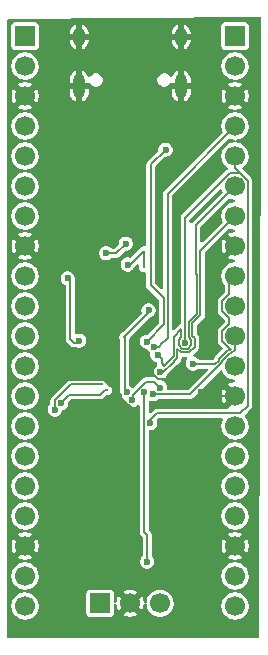
<source format=gbr>
%TF.GenerationSoftware,KiCad,Pcbnew,9.0.5*%
%TF.CreationDate,2025-11-27T10:56:10-06:00*%
%TF.ProjectId,devboard,64657662-6f61-4726-942e-6b696361645f,rev?*%
%TF.SameCoordinates,Original*%
%TF.FileFunction,Copper,L2,Bot*%
%TF.FilePolarity,Positive*%
%FSLAX46Y46*%
G04 Gerber Fmt 4.6, Leading zero omitted, Abs format (unit mm)*
G04 Created by KiCad (PCBNEW 9.0.5) date 2025-11-27 10:56:10*
%MOMM*%
%LPD*%
G01*
G04 APERTURE LIST*
%TA.AperFunction,ComponentPad*%
%ADD10R,1.700000X1.700000*%
%TD*%
%TA.AperFunction,ComponentPad*%
%ADD11C,1.700000*%
%TD*%
%TA.AperFunction,HeatsinkPad*%
%ADD12O,1.000000X2.100000*%
%TD*%
%TA.AperFunction,HeatsinkPad*%
%ADD13O,1.000000X1.600000*%
%TD*%
%TA.AperFunction,ViaPad*%
%ADD14C,0.600000*%
%TD*%
%TA.AperFunction,ViaPad*%
%ADD15C,0.300000*%
%TD*%
%TA.AperFunction,Conductor*%
%ADD16C,0.152400*%
%TD*%
G04 APERTURE END LIST*
D10*
%TO.P,J2,1,Pin_1*%
%TO.N,GPI00*%
X113744375Y-74691875D03*
D11*
%TO.P,J2,2,Pin_2*%
%TO.N,GPI01*%
X113744375Y-77231875D03*
%TO.P,J2,3,Pin_3*%
%TO.N,GND*%
X113744375Y-79771875D03*
%TO.P,J2,4,Pin_4*%
%TO.N,GPI02*%
X113744375Y-82311875D03*
%TO.P,J2,5,Pin_5*%
%TO.N,GPI03*%
X113744375Y-84851875D03*
%TO.P,J2,6,Pin_6*%
%TO.N,GPI04*%
X113744375Y-87391875D03*
%TO.P,J2,7,Pin_7*%
%TO.N,GPI05*%
X113744375Y-89931875D03*
%TO.P,J2,8,Pin_8*%
%TO.N,GND*%
X113744375Y-92471875D03*
%TO.P,J2,9,Pin_9*%
%TO.N,GPI06*%
X113744375Y-95011875D03*
%TO.P,J2,10,Pin_10*%
%TO.N,GPI07*%
X113744375Y-97551875D03*
%TO.P,J2,11,Pin_11*%
%TO.N,GPI08*%
X113744375Y-100091875D03*
%TO.P,J2,12,Pin_12*%
%TO.N,GPI09*%
X113744375Y-102631875D03*
%TO.P,J2,13,Pin_13*%
%TO.N,unconnected-(J2-Pin_13-Pad13)*%
X113744375Y-105171875D03*
%TO.P,J2,14,Pin_14*%
%TO.N,GPI010*%
X113744375Y-107711875D03*
%TO.P,J2,15,Pin_15*%
%TO.N,GPI011*%
X113744375Y-110251875D03*
%TO.P,J2,16,Pin_16*%
%TO.N,GPI012*%
X113744375Y-112791875D03*
%TO.P,J2,17,Pin_17*%
%TO.N,GPI013*%
X113744375Y-115331875D03*
%TO.P,J2,18,Pin_18*%
%TO.N,GND*%
X113744375Y-117871875D03*
%TO.P,J2,19,Pin_19*%
%TO.N,GPI014*%
X113744375Y-120411875D03*
%TO.P,J2,20,Pin_20*%
%TO.N,GPI015*%
X113744375Y-122951875D03*
%TD*%
D10*
%TO.P,J4,1,Pin_1*%
%TO.N,SWCLK*%
X120094375Y-122711875D03*
D11*
%TO.P,J4,2,Pin_2*%
%TO.N,GND*%
X122634375Y-122711875D03*
%TO.P,J4,3,Pin_3*%
%TO.N,SWD*%
X125174375Y-122711875D03*
%TD*%
D10*
%TO.P,J3,1,Pin_1*%
%TO.N,VBUS*%
X131524375Y-74691875D03*
D11*
%TO.P,J3,2,Pin_2*%
%TO.N,GPIO29_ADC3*%
X131524375Y-77231875D03*
%TO.P,J3,3,Pin_3*%
%TO.N,GND*%
X131524375Y-79771875D03*
%TO.P,J3,4,Pin_4*%
%TO.N,GPIO28_ADC2*%
X131524375Y-82311875D03*
%TO.P,J3,5,Pin_5*%
%TO.N,+3V3*%
X131524375Y-84851875D03*
%TO.P,J3,6,Pin_6*%
%TO.N,GPIO27_ADC1*%
X131524375Y-87391875D03*
%TO.P,J3,7,Pin_7*%
%TO.N,GPIO26_ADC0*%
X131524375Y-89931875D03*
%TO.P,J3,8,Pin_8*%
%TO.N,GND*%
X131524375Y-92471875D03*
%TO.P,J3,9,Pin_9*%
%TO.N,GPI024*%
X131524375Y-95011875D03*
%TO.P,J3,10,Pin_10*%
%TO.N,GPI023*%
X131524375Y-97551875D03*
%TO.P,J3,11,Pin_11*%
%TO.N,RUN*%
X131524375Y-100091875D03*
%TO.P,J3,12,Pin_12*%
%TO.N,GPI022*%
X131524375Y-102631875D03*
%TO.P,J3,13,Pin_13*%
%TO.N,GND*%
X131524375Y-105171875D03*
%TO.P,J3,14,Pin_14*%
%TO.N,GPI021*%
X131524375Y-107711875D03*
%TO.P,J3,15,Pin_15*%
%TO.N,GPI020*%
X131524375Y-110251875D03*
%TO.P,J3,16,Pin_16*%
%TO.N,GPI019*%
X131524375Y-112791875D03*
%TO.P,J3,17,Pin_17*%
%TO.N,GPI018*%
X131524375Y-115331875D03*
%TO.P,J3,18,Pin_18*%
%TO.N,GND*%
X131524375Y-117871875D03*
%TO.P,J3,19,Pin_19*%
%TO.N,GPI017*%
X131524375Y-120411875D03*
%TO.P,J3,20,Pin_20*%
%TO.N,GPI016*%
X131524375Y-122951875D03*
%TD*%
D12*
%TO.P,J1,S1,SHIELD*%
%TO.N,GND*%
X126954375Y-78951875D03*
D13*
X126954375Y-74771875D03*
D12*
X118314375Y-78951875D03*
D13*
X118314375Y-74771875D03*
%TD*%
D14*
%TO.N,GND*%
X116166260Y-104396608D03*
D15*
X124554905Y-102759376D03*
D14*
X121443750Y-85725000D03*
X121764425Y-88106250D03*
X123024933Y-107923407D03*
X127727675Y-104049112D03*
X120465854Y-87839819D03*
X118463837Y-97889614D03*
X119422417Y-84359928D03*
X121668141Y-105148767D03*
X128662212Y-104849711D03*
X122369567Y-94991788D03*
D15*
X127100887Y-102243275D03*
%TO.N,+3V3*%
X123829220Y-94224781D03*
D14*
X124353600Y-107455075D03*
X127283757Y-100650050D03*
X122835196Y-105509307D03*
X122433975Y-94043291D03*
X125188610Y-104489751D03*
%TO.N,+1V1*%
X122368686Y-104874275D03*
X124193596Y-97917311D03*
D15*
X122160260Y-100195064D03*
%TO.N,GPI09*%
X120257157Y-104166981D03*
D14*
X116265192Y-106335942D03*
%TO.N,GPI00*%
X118331319Y-100493275D03*
X117352595Y-95213047D03*
D15*
%TO.N,GPI08*%
X120648210Y-104627622D03*
D14*
X116781885Y-105759787D03*
%TO.N,GPI024*%
X127951712Y-102437254D03*
%TO.N,GPIO26_ADC0*%
X125191679Y-103170144D03*
%TO.N,GPIO29_ADC3*%
X124064222Y-100580075D03*
X125635618Y-84332346D03*
%TO.N,GPIO27_ADC1*%
X124960118Y-101711072D03*
%TO.N,GPIO28_ADC2*%
X124691517Y-101008247D03*
%TO.N,RUN*%
X124563580Y-105017834D03*
%TO.N,SWD*%
X124078125Y-119206849D03*
X123825000Y-104874277D03*
%TO.N,Net-(R7-Pad1)*%
X120606208Y-93080149D03*
X122275663Y-92274526D03*
%TD*%
D16*
%TO.N,GND*%
X121668141Y-105148767D02*
X121668141Y-105041129D01*
X124972311Y-103699744D02*
X125644418Y-103699744D01*
X124554905Y-103282338D02*
X124972311Y-103699744D01*
X123024933Y-107923407D02*
X123024933Y-106470947D01*
X121764425Y-88106250D02*
X120732285Y-88106250D01*
X121883684Y-95477671D02*
X122369567Y-94991788D01*
X124554905Y-102759376D02*
X124554905Y-103282338D01*
X127727675Y-104049112D02*
X127100887Y-103422324D01*
X125644418Y-103699744D02*
X127100887Y-102243275D01*
X128984376Y-105171875D02*
X128662212Y-104849711D01*
X119403280Y-97889614D02*
X121815223Y-95477671D01*
X116775487Y-103787381D02*
X116166260Y-104396608D01*
X131524375Y-105171875D02*
X128984376Y-105171875D01*
X120414393Y-103787381D02*
X116775487Y-103787381D01*
X121693009Y-105139023D02*
X121683265Y-105148767D01*
X121683265Y-105148767D02*
X121668141Y-105148767D01*
X121815223Y-95477671D02*
X121883684Y-95477671D01*
X118463837Y-97889614D02*
X119403280Y-97889614D01*
X123024933Y-106470947D02*
X121693009Y-105139023D01*
X120732285Y-88106250D02*
X120465854Y-87839819D01*
X121443750Y-85725000D02*
X120787489Y-85725000D01*
X121668141Y-105041129D02*
X120414393Y-103787381D01*
X120787489Y-85725000D02*
X119422417Y-84359928D01*
X127100887Y-103422324D02*
X127100887Y-102243275D01*
%TO.N,+3V3*%
X122650459Y-94043291D02*
X123825000Y-92868750D01*
X131077190Y-86312275D02*
X131971560Y-86312275D01*
X131971560Y-86312275D02*
X132603975Y-86944690D01*
X123825000Y-94220561D02*
X123829220Y-94224781D01*
X122843291Y-105107018D02*
X122843291Y-105517402D01*
X123825000Y-92868750D02*
X123825000Y-94220561D01*
X127283757Y-100650050D02*
X127283757Y-90105708D01*
X131524375Y-84851875D02*
X131524375Y-85865090D01*
X132603975Y-105999860D02*
X131971560Y-106632275D01*
X125188610Y-104489751D02*
X124669280Y-103970421D01*
X124353600Y-107328607D02*
X124353600Y-107455075D01*
X122843291Y-105517402D02*
X122835196Y-105509307D01*
X124669280Y-103970421D02*
X123979888Y-103970421D01*
X131524375Y-85865090D02*
X131971560Y-86312275D01*
X131971560Y-106632275D02*
X124893370Y-106632275D01*
X123979888Y-103970421D02*
X122843291Y-105107018D01*
X127283757Y-90105708D02*
X131077190Y-86312275D01*
X124893370Y-106632275D02*
X124275319Y-107250326D01*
X122433975Y-94043291D02*
X122650459Y-94043291D01*
X124275319Y-107250326D02*
X124353600Y-107328607D01*
X132603975Y-86944690D02*
X132603975Y-105999860D01*
%TO.N,+1V1*%
X122160260Y-100195064D02*
X122160260Y-100161921D01*
X122192402Y-100220514D02*
X122166952Y-100195064D01*
X124283347Y-98007062D02*
X124193596Y-97917311D01*
X122166952Y-100195064D02*
X122160260Y-100195064D01*
X122192402Y-104697991D02*
X122192402Y-100220514D01*
X124315119Y-98007062D02*
X124283347Y-98007062D01*
X122368686Y-104874275D02*
X122192402Y-104697991D01*
X122160260Y-100161921D02*
X124315119Y-98007062D01*
%TO.N,GPI09*%
X116265192Y-106335942D02*
X116252285Y-106323035D01*
X117625723Y-104166981D02*
X120257157Y-104166981D01*
X116252285Y-105540419D02*
X117625723Y-104166981D01*
X116252285Y-106323035D02*
X116252285Y-105540419D01*
%TO.N,GPI00*%
X117571941Y-100366327D02*
X117852188Y-100646574D01*
X117852188Y-100646574D02*
X118178020Y-100646574D01*
X118178020Y-100646574D02*
X118331319Y-100493275D01*
X117352595Y-95213047D02*
X117571941Y-95432393D01*
X117571941Y-95432393D02*
X117571941Y-100366327D01*
%TO.N,GPI08*%
X120074940Y-105088393D02*
X120535711Y-104627622D01*
X120535711Y-104627622D02*
X120648210Y-104627622D01*
X117453279Y-105088393D02*
X116781885Y-105759787D01*
X120074940Y-105088393D02*
X117453279Y-105088393D01*
%TO.N,GPI024*%
X130138975Y-102058024D02*
X130138975Y-102192928D01*
X130444775Y-97104690D02*
X130444775Y-97999060D01*
X127951712Y-102530951D02*
X127951712Y-102437254D01*
X131046437Y-98600722D02*
X131046437Y-99043028D01*
X131077190Y-101171475D02*
X131160428Y-101171475D01*
X131046437Y-95489813D02*
X131046437Y-96503028D01*
X130444775Y-99644690D02*
X130444775Y-100539060D01*
X130444775Y-97999060D02*
X131046437Y-98600722D01*
X131085428Y-101246475D02*
X130950523Y-101246475D01*
X131046437Y-99043028D02*
X130444775Y-99644690D01*
X131046437Y-96503028D02*
X130444775Y-97104690D01*
X128007733Y-102586972D02*
X127951712Y-102530951D01*
X130950523Y-101246475D02*
X130138975Y-102058024D01*
X129862453Y-102469450D02*
X128125255Y-102469450D01*
X131524375Y-95011875D02*
X131046437Y-95489813D01*
X130444775Y-100539060D02*
X131077190Y-101171475D01*
X131160428Y-101171475D02*
X131085428Y-101246475D01*
X128125255Y-102469450D02*
X128007733Y-102586972D01*
X130138975Y-102192928D02*
X129862453Y-102469450D01*
%TO.N,GPIO26_ADC0*%
X125308515Y-103170144D02*
X125191679Y-103170144D01*
X128119157Y-100304016D02*
X128119157Y-100996085D01*
X126633247Y-101180975D02*
X126633247Y-101938168D01*
X126318407Y-102281592D02*
X125369185Y-103230814D01*
X128587500Y-92868750D02*
X128587500Y-98323521D01*
X127895357Y-99015664D02*
X127895357Y-100080216D01*
X131524375Y-89931875D02*
X128587500Y-92868750D01*
X126633247Y-101938168D02*
X126318407Y-102253007D01*
X127895357Y-100080216D02*
X128119157Y-100304016D01*
X128587500Y-98323521D02*
X127895357Y-99015664D01*
X127629791Y-101485450D02*
X126937723Y-101485450D01*
X125369185Y-103230814D02*
X125308515Y-103170144D01*
X126318407Y-102253007D02*
X126318407Y-102281592D01*
X126937723Y-101485450D02*
X126633247Y-101180975D01*
X128119157Y-100996085D02*
X127629791Y-101485450D01*
%TO.N,GPIO29_ADC3*%
X125498609Y-96914950D02*
X124364367Y-95780708D01*
X124034189Y-100580075D02*
X125498609Y-99115655D01*
X124364367Y-89039416D02*
X124398961Y-89004823D01*
X124364367Y-95780708D02*
X124364367Y-89039416D01*
X124398961Y-85569003D02*
X125635618Y-84332346D01*
X124398961Y-89004823D02*
X124398961Y-85569003D01*
X125498609Y-99115655D02*
X125498609Y-96914950D01*
X124064222Y-100580075D02*
X124034189Y-100580075D01*
%TO.N,GPIO27_ADC1*%
X127503125Y-101179650D02*
X127813357Y-100869418D01*
X126327447Y-101811501D02*
X126327447Y-100151108D01*
X128281700Y-94888269D02*
X128198770Y-94805339D01*
X125522868Y-102616080D02*
X126327447Y-101811501D01*
X125324614Y-102075568D02*
X125324614Y-102417826D01*
X127813357Y-100430682D02*
X127589557Y-100206882D01*
X126327447Y-100151108D02*
X126977957Y-99500598D01*
X124960118Y-101711072D02*
X125324614Y-102075568D01*
X127589557Y-98888998D02*
X128281700Y-98196855D01*
X128198770Y-94805339D02*
X128198770Y-90717480D01*
X128281700Y-98196855D02*
X128281700Y-94888269D01*
X126754157Y-100869418D02*
X127064389Y-101179650D01*
X128198770Y-90717480D02*
X131524375Y-87391875D01*
X127589557Y-100206882D02*
X127589557Y-98888998D01*
X126977957Y-100206882D02*
X126754157Y-100430682D01*
X125324614Y-102417826D02*
X125522868Y-102616080D01*
X127064389Y-101179650D02*
X127503125Y-101179650D01*
X126977957Y-99500598D02*
X126977957Y-100206882D01*
X126754157Y-100430682D02*
X126754157Y-100869418D01*
X127813357Y-100869418D02*
X127813357Y-100430682D01*
%TO.N,GPIO28_ADC2*%
X125040600Y-101008247D02*
X125145029Y-100903818D01*
X125145029Y-100903818D02*
X125145029Y-100898305D01*
X124691517Y-101008247D02*
X125040600Y-101008247D01*
X125804409Y-88031841D02*
X131524375Y-82311875D01*
X125804409Y-100238925D02*
X125804409Y-88031841D01*
X125145029Y-100898305D02*
X125804409Y-100238925D01*
%TO.N,RUN*%
X131212094Y-101552275D02*
X131077190Y-101552275D01*
X131524375Y-100091875D02*
X131524375Y-101239994D01*
X124553289Y-105028125D02*
X124563580Y-105017834D01*
X130444775Y-102184690D02*
X130444775Y-102319594D01*
X127736244Y-105028125D02*
X124553289Y-105028125D01*
X130444775Y-102319594D02*
X127736244Y-105028125D01*
X131077190Y-101552275D02*
X130444775Y-102184690D01*
X131524375Y-101239994D02*
X131212094Y-101552275D01*
%TO.N,SWD*%
X124078125Y-116934375D02*
X123825000Y-116681250D01*
X123825000Y-116681250D02*
X123825000Y-104874277D01*
X124078125Y-119206849D02*
X124078125Y-116934375D01*
%TO.N,Net-(R7-Pad1)*%
X120606208Y-93080149D02*
X121470040Y-93080149D01*
X121470040Y-93080149D02*
X122275663Y-92274526D01*
%TD*%
%TA.AperFunction,Conductor*%
%TO.N,GND*%
G36*
X130389317Y-103010298D02*
G01*
X130445250Y-103052170D01*
X130456468Y-103070185D01*
X130540381Y-103234872D01*
X130646816Y-103381369D01*
X130646820Y-103381374D01*
X130774875Y-103509429D01*
X130774880Y-103509433D01*
X130815385Y-103538861D01*
X130921381Y-103615871D01*
X130989662Y-103650662D01*
X131082735Y-103698086D01*
X131082738Y-103698087D01*
X131139351Y-103716481D01*
X131254966Y-103754046D01*
X131374413Y-103772964D01*
X131416654Y-103779655D01*
X131479789Y-103809584D01*
X131516720Y-103868896D01*
X131515722Y-103938758D01*
X131477112Y-103996991D01*
X131416654Y-104024601D01*
X131255081Y-104050192D01*
X131082930Y-104106126D01*
X131082922Y-104106129D01*
X130921644Y-104188307D01*
X130905841Y-104199787D01*
X130905841Y-104199788D01*
X131394965Y-104688912D01*
X131331382Y-104705950D01*
X131217368Y-104771776D01*
X131124276Y-104864868D01*
X131058450Y-104978882D01*
X131041412Y-105042465D01*
X130552287Y-104553341D01*
X130540807Y-104569144D01*
X130458629Y-104730422D01*
X130458626Y-104730430D01*
X130402692Y-104902581D01*
X130374375Y-105081368D01*
X130374375Y-105262381D01*
X130402692Y-105441168D01*
X130458626Y-105613319D01*
X130458627Y-105613322D01*
X130540806Y-105774605D01*
X130552288Y-105790407D01*
X130552288Y-105790408D01*
X131041412Y-105301284D01*
X131058450Y-105364868D01*
X131124276Y-105478882D01*
X131217368Y-105571974D01*
X131331382Y-105637800D01*
X131394964Y-105654837D01*
X130897757Y-106152044D01*
X130889736Y-106190225D01*
X130840683Y-106239981D01*
X130780483Y-106255575D01*
X124843776Y-106255575D01*
X124747967Y-106281246D01*
X124662070Y-106330840D01*
X124662067Y-106330842D01*
X124413381Y-106579529D01*
X124352058Y-106613014D01*
X124282366Y-106608030D01*
X124226433Y-106566158D01*
X124202016Y-106500694D01*
X124201700Y-106491848D01*
X124201700Y-105704151D01*
X124221385Y-105637112D01*
X124274189Y-105591357D01*
X124343347Y-105581413D01*
X124357776Y-105584372D01*
X124484523Y-105618334D01*
X124484526Y-105618334D01*
X124642635Y-105618334D01*
X124642637Y-105618334D01*
X124795364Y-105577411D01*
X124932296Y-105498354D01*
X124989506Y-105441144D01*
X125050829Y-105407659D01*
X125077187Y-105404825D01*
X127679039Y-105404825D01*
X127679055Y-105404826D01*
X127686651Y-105404826D01*
X127785834Y-105404826D01*
X127785837Y-105404826D01*
X127881645Y-105379154D01*
X127923832Y-105354797D01*
X127967544Y-105329560D01*
X128037679Y-105259425D01*
X128037680Y-105259422D01*
X130258304Y-103038797D01*
X130319625Y-103005314D01*
X130389317Y-103010298D01*
G37*
%TD.AperFunction*%
%TA.AperFunction,Conductor*%
G36*
X127445257Y-101881835D02*
G01*
X127491012Y-101934639D01*
X127500956Y-102003797D01*
X127474801Y-102061067D01*
X127476138Y-102062093D01*
X127471187Y-102068544D01*
X127392138Y-102205463D01*
X127392135Y-102205470D01*
X127351212Y-102358197D01*
X127351212Y-102516311D01*
X127385682Y-102644953D01*
X127392135Y-102669037D01*
X127392138Y-102669044D01*
X127471187Y-102805963D01*
X127471191Y-102805968D01*
X127471192Y-102805970D01*
X127582996Y-102917774D01*
X127582998Y-102917775D01*
X127583002Y-102917778D01*
X127719921Y-102996827D01*
X127719928Y-102996831D01*
X127872655Y-103037754D01*
X127872657Y-103037754D01*
X128030767Y-103037754D01*
X128030769Y-103037754D01*
X128183496Y-102996831D01*
X128320428Y-102917774D01*
X128355733Y-102882469D01*
X128417056Y-102848984D01*
X128443414Y-102846150D01*
X129086123Y-102846150D01*
X129153162Y-102865835D01*
X129198917Y-102918639D01*
X129208861Y-102987797D01*
X129179836Y-103051353D01*
X129173804Y-103057831D01*
X127616529Y-104615106D01*
X127555206Y-104648591D01*
X127528848Y-104651425D01*
X125913110Y-104651425D01*
X125846071Y-104631740D01*
X125800316Y-104578936D01*
X125789110Y-104527425D01*
X125789110Y-104410696D01*
X125789110Y-104410694D01*
X125748187Y-104257967D01*
X125707722Y-104187879D01*
X125669134Y-104121041D01*
X125669128Y-104121033D01*
X125557327Y-104009232D01*
X125557322Y-104009228D01*
X125434331Y-103938220D01*
X125386116Y-103887653D01*
X125372892Y-103819046D01*
X125398860Y-103754182D01*
X125434329Y-103723447D01*
X125560395Y-103650664D01*
X125672199Y-103538860D01*
X125751256Y-103401928D01*
X125751256Y-103401926D01*
X125754367Y-103394418D01*
X125756397Y-103395259D01*
X125782234Y-103350497D01*
X126619843Y-102512891D01*
X126650729Y-102459391D01*
X126670428Y-102433718D01*
X126934682Y-102169468D01*
X126984276Y-102083570D01*
X127009947Y-101987762D01*
X127009947Y-101986150D01*
X127010331Y-101984841D01*
X127011008Y-101979702D01*
X127011809Y-101979807D01*
X127012497Y-101977464D01*
X127011209Y-101968503D01*
X127022187Y-101944462D01*
X127029632Y-101919111D01*
X127036472Y-101913183D01*
X127040234Y-101904947D01*
X127062468Y-101890657D01*
X127082436Y-101873356D01*
X127092950Y-101871068D01*
X127099012Y-101867173D01*
X127133947Y-101862150D01*
X127378218Y-101862150D01*
X127445257Y-101881835D01*
G37*
%TD.AperFunction*%
%TA.AperFunction,Conductor*%
G36*
X131085685Y-90999045D02*
G01*
X131254963Y-91054045D01*
X131254966Y-91054046D01*
X131338750Y-91067316D01*
X131416654Y-91079655D01*
X131479789Y-91109584D01*
X131516720Y-91168896D01*
X131515722Y-91238758D01*
X131477112Y-91296991D01*
X131416654Y-91324601D01*
X131255081Y-91350192D01*
X131082930Y-91406126D01*
X131082922Y-91406129D01*
X130921644Y-91488307D01*
X130905841Y-91499787D01*
X130905841Y-91499788D01*
X131394965Y-91988912D01*
X131331382Y-92005950D01*
X131217368Y-92071776D01*
X131124276Y-92164868D01*
X131058450Y-92278882D01*
X131041412Y-92342465D01*
X130552287Y-91853341D01*
X130540807Y-91869144D01*
X130458629Y-92030422D01*
X130458626Y-92030430D01*
X130402692Y-92202581D01*
X130374375Y-92381368D01*
X130374375Y-92562381D01*
X130402692Y-92741168D01*
X130458626Y-92913319D01*
X130458627Y-92913322D01*
X130540806Y-93074605D01*
X130552288Y-93090407D01*
X130552288Y-93090408D01*
X131041412Y-92601284D01*
X131058450Y-92664868D01*
X131124276Y-92778882D01*
X131217368Y-92871974D01*
X131331382Y-92937800D01*
X131394964Y-92954837D01*
X130905841Y-93443960D01*
X130905841Y-93443961D01*
X130921642Y-93455441D01*
X130921650Y-93455446D01*
X131082927Y-93537622D01*
X131082930Y-93537623D01*
X131255081Y-93593557D01*
X131416654Y-93619148D01*
X131479788Y-93649077D01*
X131516720Y-93708388D01*
X131515722Y-93778251D01*
X131477113Y-93836484D01*
X131416655Y-93864094D01*
X131254964Y-93889704D01*
X131082738Y-93945662D01*
X131082735Y-93945663D01*
X130921377Y-94027881D01*
X130774880Y-94134316D01*
X130774875Y-94134320D01*
X130646820Y-94262375D01*
X130646816Y-94262380D01*
X130540381Y-94408877D01*
X130458163Y-94570235D01*
X130458162Y-94570238D01*
X130402204Y-94742464D01*
X130373875Y-94921323D01*
X130373875Y-95102426D01*
X130402204Y-95281285D01*
X130458162Y-95453511D01*
X130458163Y-95453514D01*
X130540381Y-95614872D01*
X130646055Y-95760321D01*
X130669535Y-95826127D01*
X130669737Y-95833206D01*
X130669737Y-96295631D01*
X130650052Y-96362670D01*
X130633418Y-96383312D01*
X130143342Y-96873387D01*
X130143338Y-96873393D01*
X130099755Y-96948881D01*
X130093747Y-96959286D01*
X130093746Y-96959287D01*
X130080910Y-97007193D01*
X130068074Y-97055097D01*
X130068074Y-97055099D01*
X130068074Y-97164272D01*
X130068075Y-97164285D01*
X130068075Y-97941854D01*
X130068074Y-97941872D01*
X130068074Y-97949467D01*
X130068074Y-98048653D01*
X130093746Y-98144461D01*
X130143340Y-98230360D01*
X130143342Y-98230362D01*
X130220540Y-98307560D01*
X130220546Y-98307565D01*
X130633418Y-98720437D01*
X130648121Y-98747364D01*
X130664714Y-98773183D01*
X130665605Y-98779383D01*
X130666903Y-98781760D01*
X130669737Y-98808118D01*
X130669737Y-98835631D01*
X130650052Y-98902670D01*
X130633418Y-98923312D01*
X130143342Y-99413387D01*
X130143338Y-99413393D01*
X130099755Y-99488881D01*
X130093747Y-99499286D01*
X130093746Y-99499287D01*
X130082929Y-99539659D01*
X130068074Y-99595097D01*
X130068074Y-99595099D01*
X130068074Y-99704272D01*
X130068075Y-99704285D01*
X130068075Y-100481854D01*
X130068074Y-100481872D01*
X130068074Y-100588652D01*
X130090545Y-100672517D01*
X130093745Y-100684459D01*
X130093745Y-100684460D01*
X130093746Y-100684461D01*
X130143340Y-100770360D01*
X130143342Y-100770362D01*
X130220540Y-100847560D01*
X130220546Y-100847565D01*
X130430941Y-101057960D01*
X130464426Y-101119283D01*
X130459442Y-101188975D01*
X130430941Y-101233322D01*
X129837540Y-101826723D01*
X129837536Y-101826728D01*
X129787947Y-101912620D01*
X129787946Y-101912623D01*
X129764306Y-102000845D01*
X129727943Y-102060504D01*
X129665096Y-102091033D01*
X129644533Y-102092750D01*
X128507806Y-102092750D01*
X128440767Y-102073065D01*
X128420125Y-102056431D01*
X128320429Y-101956735D01*
X128320421Y-101956729D01*
X128183502Y-101877680D01*
X128183499Y-101877678D01*
X128183496Y-101877677D01*
X128065070Y-101845945D01*
X128005412Y-101809581D01*
X127974883Y-101746734D01*
X127983178Y-101677358D01*
X128009483Y-101638492D01*
X128350454Y-101297521D01*
X128350457Y-101297520D01*
X128420592Y-101227385D01*
X128460602Y-101158086D01*
X128470186Y-101141487D01*
X128495857Y-101045679D01*
X128495857Y-100946493D01*
X128495857Y-100363611D01*
X128495858Y-100363598D01*
X128495858Y-100254425D01*
X128495858Y-100254423D01*
X128470186Y-100158615D01*
X128456568Y-100135028D01*
X128420592Y-100072716D01*
X128350457Y-100002581D01*
X128350454Y-100002579D01*
X128308376Y-99960501D01*
X128274891Y-99899178D01*
X128272057Y-99872820D01*
X128272057Y-99223059D01*
X128291742Y-99156020D01*
X128308372Y-99135382D01*
X128808590Y-98635163D01*
X128808595Y-98635160D01*
X128818798Y-98624956D01*
X128818800Y-98624956D01*
X128888935Y-98554821D01*
X128938529Y-98468922D01*
X128942173Y-98455321D01*
X128964201Y-98373114D01*
X128964201Y-98273928D01*
X128964201Y-98266333D01*
X128964200Y-98266315D01*
X128964200Y-93076145D01*
X128983885Y-93009106D01*
X129000514Y-92988469D01*
X130959689Y-91029293D01*
X131021010Y-90995810D01*
X131085685Y-90999045D01*
G37*
%TD.AperFunction*%
%TA.AperFunction,Conductor*%
G36*
X131085685Y-83379045D02*
G01*
X131250574Y-83432619D01*
X131254966Y-83434046D01*
X131415162Y-83459418D01*
X131415583Y-83459487D01*
X131446839Y-83474470D01*
X131478188Y-83489331D01*
X131478335Y-83489568D01*
X131478587Y-83489689D01*
X131496778Y-83519187D01*
X131515119Y-83548643D01*
X131515115Y-83548921D01*
X131515262Y-83549160D01*
X131514614Y-83583938D01*
X131514121Y-83618506D01*
X131513967Y-83618737D01*
X131513962Y-83619018D01*
X131494626Y-83647908D01*
X131475511Y-83676738D01*
X131475251Y-83676856D01*
X131475100Y-83677083D01*
X131468047Y-83680146D01*
X131415053Y-83704348D01*
X131254964Y-83729704D01*
X131082738Y-83785662D01*
X131082735Y-83785663D01*
X130921377Y-83867881D01*
X130774880Y-83974316D01*
X130774875Y-83974320D01*
X130646820Y-84102375D01*
X130646816Y-84102380D01*
X130540381Y-84248877D01*
X130458163Y-84410235D01*
X130458162Y-84410238D01*
X130402204Y-84582464D01*
X130373875Y-84761323D01*
X130373875Y-84942426D01*
X130402204Y-85121285D01*
X130458162Y-85293511D01*
X130458163Y-85293514D01*
X130540381Y-85454872D01*
X130646816Y-85601369D01*
X130646820Y-85601374D01*
X130774875Y-85729429D01*
X130774880Y-85729433D01*
X130867666Y-85796846D01*
X130910332Y-85852176D01*
X130916311Y-85921789D01*
X130883706Y-85983584D01*
X130856786Y-86004548D01*
X130845896Y-86010835D01*
X130845887Y-86010842D01*
X126982323Y-89874406D01*
X126982322Y-89874408D01*
X126977776Y-89882282D01*
X126932728Y-89960307D01*
X126907056Y-90056115D01*
X126907056Y-90056117D01*
X126907056Y-90165290D01*
X126907057Y-90165303D01*
X126907057Y-99035855D01*
X126887372Y-99102894D01*
X126839128Y-99144697D01*
X126839595Y-99145505D01*
X126835403Y-99147924D01*
X126834568Y-99148649D01*
X126832865Y-99149390D01*
X126746657Y-99199163D01*
X126746654Y-99199165D01*
X126392790Y-99553030D01*
X126331467Y-99586515D01*
X126261775Y-99581531D01*
X126205842Y-99539659D01*
X126181425Y-99474195D01*
X126181109Y-99465349D01*
X126181109Y-88239236D01*
X126200794Y-88172197D01*
X126217423Y-88151560D01*
X130959689Y-83409293D01*
X131021010Y-83375810D01*
X131085685Y-83379045D01*
G37*
%TD.AperFunction*%
%TA.AperFunction,Conductor*%
G36*
X131085687Y-88459045D02*
G01*
X131250576Y-88512620D01*
X131250578Y-88512620D01*
X131254966Y-88514046D01*
X131415161Y-88539418D01*
X131415583Y-88539487D01*
X131446839Y-88554470D01*
X131478188Y-88569331D01*
X131478335Y-88569568D01*
X131478587Y-88569689D01*
X131496778Y-88599187D01*
X131515119Y-88628643D01*
X131515115Y-88628921D01*
X131515262Y-88629160D01*
X131514614Y-88663938D01*
X131514121Y-88698506D01*
X131513967Y-88698737D01*
X131513962Y-88699018D01*
X131494626Y-88727908D01*
X131475511Y-88756738D01*
X131475251Y-88756856D01*
X131475100Y-88757083D01*
X131468047Y-88760146D01*
X131415053Y-88784348D01*
X131254964Y-88809704D01*
X131082738Y-88865662D01*
X131082735Y-88865663D01*
X130921377Y-88947881D01*
X130774880Y-89054316D01*
X130774875Y-89054320D01*
X130646820Y-89182375D01*
X130646816Y-89182380D01*
X130540381Y-89328877D01*
X130458163Y-89490235D01*
X130458162Y-89490238D01*
X130402204Y-89662464D01*
X130373875Y-89841323D01*
X130373875Y-90022426D01*
X130402204Y-90201287D01*
X130457204Y-90370562D01*
X130459199Y-90440403D01*
X130426954Y-90496560D01*
X128787151Y-92136364D01*
X128725828Y-92169849D01*
X128656136Y-92164865D01*
X128600203Y-92122993D01*
X128575786Y-92057529D01*
X128575470Y-92048683D01*
X128575470Y-90924876D01*
X128595155Y-90857837D01*
X128611789Y-90837195D01*
X129644713Y-89804271D01*
X130959690Y-88489293D01*
X131021011Y-88455810D01*
X131085687Y-88459045D01*
G37*
%TD.AperFunction*%
%TA.AperFunction,Conductor*%
G36*
X130355486Y-87669225D02*
G01*
X130411419Y-87711097D01*
X130430083Y-87747089D01*
X130457204Y-87830560D01*
X130459199Y-87900402D01*
X130426954Y-87956559D01*
X127969655Y-90413859D01*
X127969645Y-90413869D01*
X127967472Y-90416043D01*
X127967470Y-90416045D01*
X127897335Y-90486180D01*
X127885247Y-90507115D01*
X127876391Y-90516901D01*
X127857397Y-90528534D01*
X127841275Y-90543907D01*
X127828180Y-90546430D01*
X127816810Y-90553395D01*
X127794540Y-90552912D01*
X127772668Y-90557128D01*
X127760287Y-90552171D01*
X127746956Y-90551883D01*
X127728482Y-90539438D01*
X127707803Y-90531159D01*
X127700067Y-90520296D01*
X127689009Y-90512846D01*
X127680196Y-90492388D01*
X127667276Y-90474244D01*
X127664008Y-90454812D01*
X127661366Y-90448678D01*
X127662166Y-90443855D01*
X127660457Y-90433690D01*
X127660457Y-90313103D01*
X127680142Y-90246064D01*
X127696771Y-90225427D01*
X130224473Y-87697724D01*
X130285794Y-87664241D01*
X130355486Y-87669225D01*
G37*
%TD.AperFunction*%
%TA.AperFunction,Conductor*%
G36*
X133670350Y-73065559D02*
G01*
X133716526Y-73117995D01*
X133728148Y-73170732D01*
X133715171Y-78129929D01*
X133590997Y-125581750D01*
X133590996Y-125582074D01*
X133571136Y-125649062D01*
X133518212Y-125694679D01*
X133466996Y-125705750D01*
X112362445Y-125705750D01*
X112295406Y-125686065D01*
X112249651Y-125633261D01*
X112238445Y-125581750D01*
X112238445Y-73797006D01*
X112593875Y-73797006D01*
X112593875Y-75586731D01*
X112593877Y-75586757D01*
X112596788Y-75611862D01*
X112596790Y-75611866D01*
X112642168Y-75714639D01*
X112642169Y-75714640D01*
X112721610Y-75794081D01*
X112824384Y-75839460D01*
X112849510Y-75842375D01*
X113587248Y-75842374D01*
X113654285Y-75862058D01*
X113700040Y-75914862D01*
X113709984Y-75984021D01*
X113680959Y-76047577D01*
X113622181Y-76085351D01*
X113606645Y-76088847D01*
X113474964Y-76109704D01*
X113302738Y-76165662D01*
X113302735Y-76165663D01*
X113141377Y-76247881D01*
X112994880Y-76354316D01*
X112994875Y-76354320D01*
X112866820Y-76482375D01*
X112866816Y-76482380D01*
X112760381Y-76628877D01*
X112678163Y-76790235D01*
X112678162Y-76790238D01*
X112622204Y-76962464D01*
X112593875Y-77141323D01*
X112593875Y-77322426D01*
X112622204Y-77501285D01*
X112678162Y-77673511D01*
X112678163Y-77673514D01*
X112760381Y-77834872D01*
X112866816Y-77981369D01*
X112866820Y-77981374D01*
X112994875Y-78109429D01*
X112994880Y-78109433D01*
X113119176Y-78199738D01*
X113141381Y-78215871D01*
X113246859Y-78269615D01*
X113302735Y-78298086D01*
X113302738Y-78298087D01*
X113379652Y-78323077D01*
X113474966Y-78354046D01*
X113594413Y-78372964D01*
X113636654Y-78379655D01*
X113699789Y-78409584D01*
X113736720Y-78468896D01*
X113735722Y-78538758D01*
X113697112Y-78596991D01*
X113636654Y-78624601D01*
X113475081Y-78650192D01*
X113302930Y-78706126D01*
X113302922Y-78706129D01*
X113141644Y-78788307D01*
X113125841Y-78799787D01*
X113125841Y-78799788D01*
X113614966Y-79288912D01*
X113551382Y-79305950D01*
X113437368Y-79371776D01*
X113344276Y-79464868D01*
X113278450Y-79578882D01*
X113261412Y-79642465D01*
X112772288Y-79153341D01*
X112772287Y-79153341D01*
X112760807Y-79169144D01*
X112678629Y-79330422D01*
X112678626Y-79330430D01*
X112622692Y-79502581D01*
X112594375Y-79681368D01*
X112594375Y-79862381D01*
X112622692Y-80041168D01*
X112678626Y-80213319D01*
X112678627Y-80213322D01*
X112760806Y-80374605D01*
X112772288Y-80390407D01*
X112772288Y-80390408D01*
X113261412Y-79901284D01*
X113278450Y-79964868D01*
X113344276Y-80078882D01*
X113437368Y-80171974D01*
X113551382Y-80237800D01*
X113614965Y-80254837D01*
X113125841Y-80743960D01*
X113125841Y-80743961D01*
X113141642Y-80755441D01*
X113141650Y-80755446D01*
X113302927Y-80837622D01*
X113302930Y-80837623D01*
X113475081Y-80893557D01*
X113636654Y-80919148D01*
X113699788Y-80949077D01*
X113736720Y-81008388D01*
X113735722Y-81078251D01*
X113697113Y-81136484D01*
X113636655Y-81164094D01*
X113474964Y-81189704D01*
X113302738Y-81245662D01*
X113302735Y-81245663D01*
X113141377Y-81327881D01*
X112994880Y-81434316D01*
X112994875Y-81434320D01*
X112866820Y-81562375D01*
X112866816Y-81562380D01*
X112760381Y-81708877D01*
X112678163Y-81870235D01*
X112678162Y-81870238D01*
X112622204Y-82042464D01*
X112593875Y-82221323D01*
X112593875Y-82402426D01*
X112622204Y-82581285D01*
X112678162Y-82753511D01*
X112678163Y-82753514D01*
X112734039Y-82863175D01*
X112740859Y-82876560D01*
X112760381Y-82914872D01*
X112866816Y-83061369D01*
X112866820Y-83061374D01*
X112994875Y-83189429D01*
X112994880Y-83189433D01*
X113122662Y-83282271D01*
X113141381Y-83295871D01*
X113246859Y-83349615D01*
X113302735Y-83378086D01*
X113302738Y-83378087D01*
X113388851Y-83406066D01*
X113474966Y-83434046D01*
X113548014Y-83445615D01*
X113635053Y-83459402D01*
X113698188Y-83489331D01*
X113735119Y-83548643D01*
X113734121Y-83618506D01*
X113695511Y-83676738D01*
X113635053Y-83704348D01*
X113474964Y-83729704D01*
X113302738Y-83785662D01*
X113302735Y-83785663D01*
X113141377Y-83867881D01*
X112994880Y-83974316D01*
X112994875Y-83974320D01*
X112866820Y-84102375D01*
X112866816Y-84102380D01*
X112760381Y-84248877D01*
X112678163Y-84410235D01*
X112678162Y-84410238D01*
X112622204Y-84582464D01*
X112593875Y-84761323D01*
X112593875Y-84942426D01*
X112622204Y-85121285D01*
X112678162Y-85293511D01*
X112678163Y-85293514D01*
X112760381Y-85454872D01*
X112866816Y-85601369D01*
X112866820Y-85601374D01*
X112994875Y-85729429D01*
X112994880Y-85729433D01*
X113087667Y-85796846D01*
X113141381Y-85835871D01*
X113246859Y-85889615D01*
X113302735Y-85918086D01*
X113302738Y-85918087D01*
X113356562Y-85935575D01*
X113474966Y-85974046D01*
X113548014Y-85985615D01*
X113635053Y-85999402D01*
X113698188Y-86029331D01*
X113735119Y-86088643D01*
X113734121Y-86158506D01*
X113695511Y-86216738D01*
X113635053Y-86244348D01*
X113474964Y-86269704D01*
X113302738Y-86325662D01*
X113302735Y-86325663D01*
X113141377Y-86407881D01*
X112994880Y-86514316D01*
X112994875Y-86514320D01*
X112866820Y-86642375D01*
X112866816Y-86642380D01*
X112760381Y-86788877D01*
X112678163Y-86950235D01*
X112678162Y-86950238D01*
X112622204Y-87122464D01*
X112593875Y-87301323D01*
X112593875Y-87482426D01*
X112622204Y-87661285D01*
X112678162Y-87833511D01*
X112678163Y-87833514D01*
X112712245Y-87900402D01*
X112753949Y-87982250D01*
X112760381Y-87994872D01*
X112866816Y-88141369D01*
X112866820Y-88141374D01*
X112994875Y-88269429D01*
X112994880Y-88269433D01*
X113041474Y-88303285D01*
X113141381Y-88375871D01*
X113246859Y-88429615D01*
X113302735Y-88458086D01*
X113302738Y-88458087D01*
X113388851Y-88486066D01*
X113474966Y-88514046D01*
X113548014Y-88525615D01*
X113635053Y-88539402D01*
X113698188Y-88569331D01*
X113735119Y-88628643D01*
X113734121Y-88698506D01*
X113695511Y-88756738D01*
X113635053Y-88784348D01*
X113474964Y-88809704D01*
X113302738Y-88865662D01*
X113302735Y-88865663D01*
X113141377Y-88947881D01*
X112994880Y-89054316D01*
X112994875Y-89054320D01*
X112866820Y-89182375D01*
X112866816Y-89182380D01*
X112760381Y-89328877D01*
X112678163Y-89490235D01*
X112678162Y-89490238D01*
X112622204Y-89662464D01*
X112593875Y-89841323D01*
X112593875Y-90022426D01*
X112622204Y-90201285D01*
X112678162Y-90373511D01*
X112678163Y-90373514D01*
X112729489Y-90474244D01*
X112757151Y-90528534D01*
X112760381Y-90534872D01*
X112866816Y-90681369D01*
X112866820Y-90681374D01*
X112994875Y-90809429D01*
X112994880Y-90809433D01*
X113083081Y-90873514D01*
X113141381Y-90915871D01*
X113246859Y-90969615D01*
X113302735Y-90998086D01*
X113302738Y-90998087D01*
X113388851Y-91026066D01*
X113474966Y-91054046D01*
X113594413Y-91072964D01*
X113636654Y-91079655D01*
X113699789Y-91109584D01*
X113736720Y-91168896D01*
X113735722Y-91238758D01*
X113697112Y-91296991D01*
X113636654Y-91324601D01*
X113475081Y-91350192D01*
X113302930Y-91406126D01*
X113302922Y-91406129D01*
X113141644Y-91488307D01*
X113125841Y-91499787D01*
X113125841Y-91499788D01*
X113614966Y-91988912D01*
X113551382Y-92005950D01*
X113437368Y-92071776D01*
X113344276Y-92164868D01*
X113278450Y-92278882D01*
X113261412Y-92342465D01*
X112772288Y-91853341D01*
X112772287Y-91853341D01*
X112760807Y-91869144D01*
X112678629Y-92030422D01*
X112678626Y-92030430D01*
X112622692Y-92202581D01*
X112594375Y-92381368D01*
X112594375Y-92562381D01*
X112622692Y-92741168D01*
X112678626Y-92913319D01*
X112678627Y-92913322D01*
X112760806Y-93074605D01*
X112772288Y-93090407D01*
X112772288Y-93090408D01*
X113261412Y-92601284D01*
X113278450Y-92664868D01*
X113344276Y-92778882D01*
X113437368Y-92871974D01*
X113551382Y-92937800D01*
X113614965Y-92954837D01*
X113125841Y-93443960D01*
X113125841Y-93443961D01*
X113141642Y-93455441D01*
X113141650Y-93455446D01*
X113302927Y-93537622D01*
X113302930Y-93537623D01*
X113475081Y-93593557D01*
X113636654Y-93619148D01*
X113699788Y-93649077D01*
X113736720Y-93708388D01*
X113735722Y-93778251D01*
X113697113Y-93836484D01*
X113636655Y-93864094D01*
X113474964Y-93889704D01*
X113302738Y-93945662D01*
X113302735Y-93945663D01*
X113141377Y-94027881D01*
X112994880Y-94134316D01*
X112994875Y-94134320D01*
X112866820Y-94262375D01*
X112866816Y-94262380D01*
X112760381Y-94408877D01*
X112678163Y-94570235D01*
X112678162Y-94570238D01*
X112622204Y-94742464D01*
X112593875Y-94921323D01*
X112593875Y-95102426D01*
X112622204Y-95281285D01*
X112678162Y-95453511D01*
X112678163Y-95453514D01*
X112760381Y-95614872D01*
X112866816Y-95761369D01*
X112866820Y-95761374D01*
X112994875Y-95889429D01*
X112994880Y-95889433D01*
X113122662Y-95982271D01*
X113141381Y-95995871D01*
X113221771Y-96036832D01*
X113302735Y-96078086D01*
X113302738Y-96078087D01*
X113369058Y-96099635D01*
X113474966Y-96134046D01*
X113548014Y-96145615D01*
X113635053Y-96159402D01*
X113698188Y-96189331D01*
X113735119Y-96248643D01*
X113734121Y-96318506D01*
X113695511Y-96376738D01*
X113635053Y-96404348D01*
X113474964Y-96429704D01*
X113302738Y-96485662D01*
X113302735Y-96485663D01*
X113141377Y-96567881D01*
X112994880Y-96674316D01*
X112994875Y-96674320D01*
X112866820Y-96802375D01*
X112866816Y-96802380D01*
X112760381Y-96948877D01*
X112678163Y-97110235D01*
X112678162Y-97110238D01*
X112622204Y-97282464D01*
X112593875Y-97461323D01*
X112593875Y-97642426D01*
X112622204Y-97821285D01*
X112678162Y-97993511D01*
X112678163Y-97993514D01*
X112724746Y-98084936D01*
X112760336Y-98154785D01*
X112760381Y-98154872D01*
X112866816Y-98301369D01*
X112866820Y-98301374D01*
X112994875Y-98429429D01*
X112994880Y-98429433D01*
X113060197Y-98476888D01*
X113141381Y-98535871D01*
X113221771Y-98576832D01*
X113302735Y-98618086D01*
X113302738Y-98618087D01*
X113388851Y-98646066D01*
X113474966Y-98674046D01*
X113548014Y-98685615D01*
X113635053Y-98699402D01*
X113698188Y-98729331D01*
X113735119Y-98788643D01*
X113734121Y-98858506D01*
X113695511Y-98916738D01*
X113635053Y-98944348D01*
X113474964Y-98969704D01*
X113302738Y-99025662D01*
X113302735Y-99025663D01*
X113141377Y-99107881D01*
X112994880Y-99214316D01*
X112994875Y-99214320D01*
X112866820Y-99342375D01*
X112866816Y-99342380D01*
X112760381Y-99488877D01*
X112678163Y-99650235D01*
X112678162Y-99650238D01*
X112622204Y-99822464D01*
X112593875Y-100001323D01*
X112593875Y-100182426D01*
X112622204Y-100361285D01*
X112678162Y-100533511D01*
X112678163Y-100533514D01*
X112710829Y-100597623D01*
X112755075Y-100684460D01*
X112760381Y-100694872D01*
X112866816Y-100841369D01*
X112866820Y-100841374D01*
X112994875Y-100969429D01*
X112994880Y-100969433D01*
X113109698Y-101052852D01*
X113141381Y-101075871D01*
X113232053Y-101122071D01*
X113302735Y-101158086D01*
X113302738Y-101158087D01*
X113353192Y-101174480D01*
X113474966Y-101214046D01*
X113548014Y-101225615D01*
X113635053Y-101239402D01*
X113698188Y-101269331D01*
X113735119Y-101328643D01*
X113734121Y-101398506D01*
X113695511Y-101456738D01*
X113635053Y-101484348D01*
X113474964Y-101509704D01*
X113302738Y-101565662D01*
X113302735Y-101565663D01*
X113141377Y-101647881D01*
X112994880Y-101754316D01*
X112994875Y-101754320D01*
X112866820Y-101882375D01*
X112866816Y-101882380D01*
X112760381Y-102028877D01*
X112678163Y-102190235D01*
X112678162Y-102190238D01*
X112622204Y-102362464D01*
X112593875Y-102541323D01*
X112593875Y-102722426D01*
X112622204Y-102901285D01*
X112678162Y-103073511D01*
X112678163Y-103073514D01*
X112760381Y-103234872D01*
X112866816Y-103381369D01*
X112866820Y-103381374D01*
X112994875Y-103509429D01*
X112994880Y-103509433D01*
X113035385Y-103538861D01*
X113141381Y-103615871D01*
X113209662Y-103650662D01*
X113302735Y-103698086D01*
X113302738Y-103698087D01*
X113359351Y-103716481D01*
X113474966Y-103754046D01*
X113548014Y-103765615D01*
X113635053Y-103779402D01*
X113698188Y-103809331D01*
X113735119Y-103868643D01*
X113734121Y-103938506D01*
X113695511Y-103996738D01*
X113635053Y-104024348D01*
X113474964Y-104049704D01*
X113302738Y-104105662D01*
X113302735Y-104105663D01*
X113141377Y-104187881D01*
X112994880Y-104294316D01*
X112994875Y-104294320D01*
X112866820Y-104422375D01*
X112866816Y-104422380D01*
X112760381Y-104568877D01*
X112678163Y-104730235D01*
X112678162Y-104730238D01*
X112622204Y-104902464D01*
X112593875Y-105081323D01*
X112593875Y-105262426D01*
X112622204Y-105441285D01*
X112678162Y-105613511D01*
X112678163Y-105613514D01*
X112724346Y-105704151D01*
X112760244Y-105774605D01*
X112760381Y-105774872D01*
X112866816Y-105921369D01*
X112866820Y-105921374D01*
X112994875Y-106049429D01*
X112994880Y-106049433D01*
X113092388Y-106120276D01*
X113141381Y-106155871D01*
X113246859Y-106209615D01*
X113302735Y-106238086D01*
X113302738Y-106238087D01*
X113356562Y-106255575D01*
X113474966Y-106294046D01*
X113548014Y-106305615D01*
X113635053Y-106319402D01*
X113698188Y-106349331D01*
X113735119Y-106408643D01*
X113734121Y-106478506D01*
X113695511Y-106536738D01*
X113635053Y-106564348D01*
X113474964Y-106589704D01*
X113302738Y-106645662D01*
X113302735Y-106645663D01*
X113141377Y-106727881D01*
X112994880Y-106834316D01*
X112994875Y-106834320D01*
X112866820Y-106962375D01*
X112866816Y-106962380D01*
X112760381Y-107108877D01*
X112678163Y-107270235D01*
X112678162Y-107270238D01*
X112622204Y-107442464D01*
X112593875Y-107621323D01*
X112593875Y-107802426D01*
X112622204Y-107981285D01*
X112678162Y-108153511D01*
X112678163Y-108153514D01*
X112760381Y-108314872D01*
X112866816Y-108461369D01*
X112866820Y-108461374D01*
X112994875Y-108589429D01*
X112994880Y-108589433D01*
X113122662Y-108682271D01*
X113141381Y-108695871D01*
X113246859Y-108749615D01*
X113302735Y-108778086D01*
X113302738Y-108778087D01*
X113388851Y-108806066D01*
X113474966Y-108834046D01*
X113548014Y-108845615D01*
X113635053Y-108859402D01*
X113698188Y-108889331D01*
X113735119Y-108948643D01*
X113734121Y-109018506D01*
X113695511Y-109076738D01*
X113635053Y-109104348D01*
X113474964Y-109129704D01*
X113302738Y-109185662D01*
X113302735Y-109185663D01*
X113141377Y-109267881D01*
X112994880Y-109374316D01*
X112994875Y-109374320D01*
X112866820Y-109502375D01*
X112866816Y-109502380D01*
X112760381Y-109648877D01*
X112678163Y-109810235D01*
X112678162Y-109810238D01*
X112622204Y-109982464D01*
X112593875Y-110161323D01*
X112593875Y-110342426D01*
X112622204Y-110521285D01*
X112678162Y-110693511D01*
X112678163Y-110693514D01*
X112760381Y-110854872D01*
X112866816Y-111001369D01*
X112866820Y-111001374D01*
X112994875Y-111129429D01*
X112994880Y-111129433D01*
X113122662Y-111222271D01*
X113141381Y-111235871D01*
X113246859Y-111289615D01*
X113302735Y-111318086D01*
X113302738Y-111318087D01*
X113388851Y-111346066D01*
X113474966Y-111374046D01*
X113548014Y-111385615D01*
X113635053Y-111399402D01*
X113698188Y-111429331D01*
X113735119Y-111488643D01*
X113734121Y-111558506D01*
X113695511Y-111616738D01*
X113635053Y-111644348D01*
X113474964Y-111669704D01*
X113302738Y-111725662D01*
X113302735Y-111725663D01*
X113141377Y-111807881D01*
X112994880Y-111914316D01*
X112994875Y-111914320D01*
X112866820Y-112042375D01*
X112866816Y-112042380D01*
X112760381Y-112188877D01*
X112678163Y-112350235D01*
X112678162Y-112350238D01*
X112622204Y-112522464D01*
X112593875Y-112701323D01*
X112593875Y-112882426D01*
X112622204Y-113061285D01*
X112678162Y-113233511D01*
X112678163Y-113233514D01*
X112760381Y-113394872D01*
X112866816Y-113541369D01*
X112866820Y-113541374D01*
X112994875Y-113669429D01*
X112994880Y-113669433D01*
X113122662Y-113762271D01*
X113141381Y-113775871D01*
X113246859Y-113829615D01*
X113302735Y-113858086D01*
X113302738Y-113858087D01*
X113388851Y-113886066D01*
X113474966Y-113914046D01*
X113548014Y-113925615D01*
X113635053Y-113939402D01*
X113698188Y-113969331D01*
X113735119Y-114028643D01*
X113734121Y-114098506D01*
X113695511Y-114156738D01*
X113635053Y-114184348D01*
X113474964Y-114209704D01*
X113302738Y-114265662D01*
X113302735Y-114265663D01*
X113141377Y-114347881D01*
X112994880Y-114454316D01*
X112994875Y-114454320D01*
X112866820Y-114582375D01*
X112866816Y-114582380D01*
X112760381Y-114728877D01*
X112678163Y-114890235D01*
X112678162Y-114890238D01*
X112622204Y-115062464D01*
X112593875Y-115241323D01*
X112593875Y-115422426D01*
X112622204Y-115601285D01*
X112678162Y-115773511D01*
X112678163Y-115773514D01*
X112760381Y-115934872D01*
X112866816Y-116081369D01*
X112866820Y-116081374D01*
X112994875Y-116209429D01*
X112994880Y-116209433D01*
X113122662Y-116302271D01*
X113141381Y-116315871D01*
X113246859Y-116369615D01*
X113302735Y-116398086D01*
X113302738Y-116398087D01*
X113388851Y-116426066D01*
X113474966Y-116454046D01*
X113594413Y-116472964D01*
X113636654Y-116479655D01*
X113699789Y-116509584D01*
X113736720Y-116568896D01*
X113735722Y-116638758D01*
X113697112Y-116696991D01*
X113636654Y-116724601D01*
X113475081Y-116750192D01*
X113302930Y-116806126D01*
X113302922Y-116806129D01*
X113141644Y-116888307D01*
X113125841Y-116899787D01*
X113125841Y-116899788D01*
X113614966Y-117388912D01*
X113551382Y-117405950D01*
X113437368Y-117471776D01*
X113344276Y-117564868D01*
X113278450Y-117678882D01*
X113261412Y-117742465D01*
X112772288Y-117253341D01*
X112772287Y-117253341D01*
X112760807Y-117269144D01*
X112678629Y-117430422D01*
X112678626Y-117430430D01*
X112622692Y-117602581D01*
X112594375Y-117781368D01*
X112594375Y-117962381D01*
X112622692Y-118141168D01*
X112678626Y-118313319D01*
X112678627Y-118313322D01*
X112760806Y-118474605D01*
X112772288Y-118490407D01*
X112772288Y-118490408D01*
X113261412Y-118001284D01*
X113278450Y-118064868D01*
X113344276Y-118178882D01*
X113437368Y-118271974D01*
X113551382Y-118337800D01*
X113614965Y-118354837D01*
X113125841Y-118843960D01*
X113125841Y-118843961D01*
X113141642Y-118855441D01*
X113141650Y-118855446D01*
X113302927Y-118937622D01*
X113302930Y-118937623D01*
X113475081Y-118993557D01*
X113636654Y-119019148D01*
X113699788Y-119049077D01*
X113736720Y-119108388D01*
X113735722Y-119178251D01*
X113697113Y-119236484D01*
X113636655Y-119264094D01*
X113474964Y-119289704D01*
X113302738Y-119345662D01*
X113302735Y-119345663D01*
X113141377Y-119427881D01*
X112994880Y-119534316D01*
X112994875Y-119534320D01*
X112866820Y-119662375D01*
X112866816Y-119662380D01*
X112760381Y-119808877D01*
X112678163Y-119970235D01*
X112678162Y-119970238D01*
X112622204Y-120142464D01*
X112593875Y-120321323D01*
X112593875Y-120502426D01*
X112622204Y-120681285D01*
X112678162Y-120853511D01*
X112678163Y-120853514D01*
X112760381Y-121014872D01*
X112866816Y-121161369D01*
X112866820Y-121161374D01*
X112994875Y-121289429D01*
X112994880Y-121289433D01*
X113122662Y-121382271D01*
X113141381Y-121395871D01*
X113246859Y-121449615D01*
X113302735Y-121478086D01*
X113302738Y-121478087D01*
X113388851Y-121506066D01*
X113474966Y-121534046D01*
X113548014Y-121545615D01*
X113635053Y-121559402D01*
X113698188Y-121589331D01*
X113735119Y-121648643D01*
X113734121Y-121718506D01*
X113695511Y-121776738D01*
X113635053Y-121804348D01*
X113474964Y-121829704D01*
X113302738Y-121885662D01*
X113302735Y-121885663D01*
X113141377Y-121967881D01*
X112994880Y-122074316D01*
X112994875Y-122074320D01*
X112866820Y-122202375D01*
X112866816Y-122202380D01*
X112760381Y-122348877D01*
X112678163Y-122510235D01*
X112678162Y-122510238D01*
X112622204Y-122682464D01*
X112593875Y-122861323D01*
X112593875Y-123042426D01*
X112622204Y-123221285D01*
X112678162Y-123393511D01*
X112678163Y-123393514D01*
X112760381Y-123554872D01*
X112866816Y-123701369D01*
X112866820Y-123701374D01*
X112994875Y-123829429D01*
X112994880Y-123829433D01*
X113122662Y-123922271D01*
X113141381Y-123935871D01*
X113246859Y-123989615D01*
X113302735Y-124018086D01*
X113302738Y-124018087D01*
X113388851Y-124046066D01*
X113474966Y-124074046D01*
X113557804Y-124087166D01*
X113653824Y-124102375D01*
X113653829Y-124102375D01*
X113834926Y-124102375D01*
X113921634Y-124088640D01*
X114013784Y-124074046D01*
X114186014Y-124018086D01*
X114347369Y-123935871D01*
X114493876Y-123829428D01*
X114621928Y-123701376D01*
X114728371Y-123554869D01*
X114810586Y-123393514D01*
X114866546Y-123221284D01*
X114883859Y-123111974D01*
X114894875Y-123042426D01*
X114894875Y-122861323D01*
X114871204Y-122711876D01*
X114866546Y-122682466D01*
X114826088Y-122557948D01*
X114810587Y-122510238D01*
X114810586Y-122510235D01*
X114756898Y-122404868D01*
X114728371Y-122348881D01*
X114701413Y-122311776D01*
X114621933Y-122202380D01*
X114621929Y-122202375D01*
X114493874Y-122074320D01*
X114493869Y-122074316D01*
X114347372Y-121967881D01*
X114347371Y-121967880D01*
X114347369Y-121967879D01*
X114261082Y-121923913D01*
X114261080Y-121923911D01*
X114186024Y-121885668D01*
X114186011Y-121885662D01*
X114013785Y-121829704D01*
X113933614Y-121817006D01*
X118943875Y-121817006D01*
X118943875Y-123606731D01*
X118943877Y-123606757D01*
X118946788Y-123631862D01*
X118946790Y-123631866D01*
X118992168Y-123734639D01*
X118992169Y-123734640D01*
X119071610Y-123814081D01*
X119174384Y-123859460D01*
X119199510Y-123862375D01*
X120989239Y-123862374D01*
X120989254Y-123862372D01*
X120989257Y-123862372D01*
X121014362Y-123859461D01*
X121014363Y-123859460D01*
X121014366Y-123859460D01*
X121117140Y-123814081D01*
X121196581Y-123734640D01*
X121241960Y-123631866D01*
X121244875Y-123606740D01*
X121244874Y-122865800D01*
X121264558Y-122798763D01*
X121317362Y-122753008D01*
X121386521Y-122743064D01*
X121450077Y-122772089D01*
X121487851Y-122830867D01*
X121491347Y-122846404D01*
X121512692Y-122981168D01*
X121568626Y-123153319D01*
X121568627Y-123153322D01*
X121650806Y-123314605D01*
X121662288Y-123330407D01*
X121662288Y-123330408D01*
X122151412Y-122841284D01*
X122168450Y-122904868D01*
X122234276Y-123018882D01*
X122327368Y-123111974D01*
X122441382Y-123177800D01*
X122504965Y-123194837D01*
X122015841Y-123683960D01*
X122015841Y-123683961D01*
X122031642Y-123695441D01*
X122031650Y-123695446D01*
X122192927Y-123777622D01*
X122192930Y-123777623D01*
X122365081Y-123833557D01*
X122543869Y-123861875D01*
X122724881Y-123861875D01*
X122903668Y-123833557D01*
X123075819Y-123777623D01*
X123075827Y-123777620D01*
X123237105Y-123695443D01*
X123252907Y-123683960D01*
X123252908Y-123683960D01*
X122763785Y-123194837D01*
X122827368Y-123177800D01*
X122941382Y-123111974D01*
X123034474Y-123018882D01*
X123100300Y-122904868D01*
X123117337Y-122841285D01*
X123606460Y-123330408D01*
X123606460Y-123330407D01*
X123617943Y-123314605D01*
X123700120Y-123153327D01*
X123700123Y-123153319D01*
X123756058Y-122981167D01*
X123781648Y-122819596D01*
X123811577Y-122756461D01*
X123870888Y-122719529D01*
X123940751Y-122720527D01*
X123998984Y-122759136D01*
X124026594Y-122819595D01*
X124052203Y-122981285D01*
X124108162Y-123153511D01*
X124108163Y-123153514D01*
X124142695Y-123221285D01*
X124190244Y-123314605D01*
X124190381Y-123314872D01*
X124296816Y-123461369D01*
X124296820Y-123461374D01*
X124424875Y-123589429D01*
X124424880Y-123589433D01*
X124552662Y-123682271D01*
X124571381Y-123695871D01*
X124647469Y-123734640D01*
X124732735Y-123778086D01*
X124732738Y-123778087D01*
X124818851Y-123806066D01*
X124904966Y-123834046D01*
X124987804Y-123847166D01*
X125083824Y-123862375D01*
X125083829Y-123862375D01*
X125264926Y-123862375D01*
X125351634Y-123848640D01*
X125443784Y-123834046D01*
X125616014Y-123778086D01*
X125777369Y-123695871D01*
X125923876Y-123589428D01*
X126051928Y-123461376D01*
X126158371Y-123314869D01*
X126240586Y-123153514D01*
X126296546Y-122981284D01*
X126311140Y-122889134D01*
X126324875Y-122802426D01*
X126324875Y-122621323D01*
X126307280Y-122510236D01*
X126296546Y-122442466D01*
X126240648Y-122270427D01*
X126240587Y-122270238D01*
X126240586Y-122270235D01*
X126206008Y-122202374D01*
X126158371Y-122108881D01*
X126133258Y-122074316D01*
X126051933Y-121962380D01*
X126051929Y-121962375D01*
X125923874Y-121834320D01*
X125923869Y-121834316D01*
X125777372Y-121727881D01*
X125777371Y-121727880D01*
X125777369Y-121727879D01*
X125701281Y-121689110D01*
X125616014Y-121645663D01*
X125616011Y-121645662D01*
X125443785Y-121589704D01*
X125264926Y-121561375D01*
X125264921Y-121561375D01*
X125083829Y-121561375D01*
X125083824Y-121561375D01*
X124904964Y-121589704D01*
X124732738Y-121645662D01*
X124732735Y-121645663D01*
X124571377Y-121727881D01*
X124424880Y-121834316D01*
X124424875Y-121834320D01*
X124296820Y-121962375D01*
X124296816Y-121962380D01*
X124190381Y-122108877D01*
X124108163Y-122270235D01*
X124108162Y-122270238D01*
X124052204Y-122442464D01*
X124026594Y-122604155D01*
X123996664Y-122667289D01*
X123937353Y-122704220D01*
X123867490Y-122703222D01*
X123809258Y-122664612D01*
X123781648Y-122604154D01*
X123756057Y-122442581D01*
X123700123Y-122270430D01*
X123700122Y-122270427D01*
X123617946Y-122109150D01*
X123617941Y-122109142D01*
X123606460Y-122093341D01*
X123117337Y-122582464D01*
X123100300Y-122518882D01*
X123034474Y-122404868D01*
X122941382Y-122311776D01*
X122827368Y-122245950D01*
X122763784Y-122228912D01*
X123252908Y-121739788D01*
X123237105Y-121728306D01*
X123075822Y-121646127D01*
X123075819Y-121646126D01*
X122903668Y-121590192D01*
X122724881Y-121561875D01*
X122543869Y-121561875D01*
X122365081Y-121590192D01*
X122192930Y-121646126D01*
X122192922Y-121646129D01*
X122031644Y-121728307D01*
X122015841Y-121739787D01*
X122015841Y-121739788D01*
X122504966Y-122228912D01*
X122441382Y-122245950D01*
X122327368Y-122311776D01*
X122234276Y-122404868D01*
X122168450Y-122518882D01*
X122151412Y-122582465D01*
X121662287Y-122093341D01*
X121650807Y-122109144D01*
X121568629Y-122270422D01*
X121568626Y-122270430D01*
X121512692Y-122442581D01*
X121491347Y-122577346D01*
X121461418Y-122640481D01*
X121402106Y-122677412D01*
X121332243Y-122676414D01*
X121274011Y-122637804D01*
X121245897Y-122573840D01*
X121244874Y-122557948D01*
X121244874Y-121817018D01*
X121244874Y-121817011D01*
X121243667Y-121806610D01*
X121243056Y-121801333D01*
X121243055Y-121801330D01*
X121241960Y-121791884D01*
X121196581Y-121689110D01*
X121117140Y-121609669D01*
X121073029Y-121590192D01*
X121014367Y-121564290D01*
X120989240Y-121561375D01*
X119199518Y-121561375D01*
X119199492Y-121561377D01*
X119174387Y-121564288D01*
X119174383Y-121564290D01*
X119071610Y-121609668D01*
X118992169Y-121689109D01*
X118946790Y-121791881D01*
X118946790Y-121791883D01*
X118943875Y-121817006D01*
X113933614Y-121817006D01*
X113853696Y-121804348D01*
X113790561Y-121774419D01*
X113753630Y-121715107D01*
X113754628Y-121645245D01*
X113793238Y-121587012D01*
X113853696Y-121559402D01*
X113923800Y-121548297D01*
X114013784Y-121534046D01*
X114186014Y-121478086D01*
X114347369Y-121395871D01*
X114493876Y-121289428D01*
X114621928Y-121161376D01*
X114728371Y-121014869D01*
X114810586Y-120853514D01*
X114866546Y-120681284D01*
X114881140Y-120589134D01*
X114894875Y-120502426D01*
X114894875Y-120321323D01*
X114878394Y-120217272D01*
X114866546Y-120142466D01*
X114810586Y-119970236D01*
X114810586Y-119970235D01*
X114782115Y-119914359D01*
X114728371Y-119808881D01*
X114640088Y-119687369D01*
X114621933Y-119662380D01*
X114621929Y-119662375D01*
X114493874Y-119534320D01*
X114493869Y-119534316D01*
X114347372Y-119427881D01*
X114347371Y-119427880D01*
X114347369Y-119427879D01*
X114295675Y-119401539D01*
X114186014Y-119345663D01*
X114186011Y-119345662D01*
X114013785Y-119289703D01*
X113852095Y-119264094D01*
X113788960Y-119234164D01*
X113752029Y-119174853D01*
X113753027Y-119104990D01*
X113791637Y-119046758D01*
X113852096Y-119019148D01*
X114013667Y-118993558D01*
X114185819Y-118937623D01*
X114185827Y-118937620D01*
X114347105Y-118855443D01*
X114362907Y-118843960D01*
X114362908Y-118843960D01*
X113873785Y-118354837D01*
X113937368Y-118337800D01*
X114051382Y-118271974D01*
X114144474Y-118178882D01*
X114210300Y-118064868D01*
X114227337Y-118001285D01*
X114716460Y-118490408D01*
X114716460Y-118490407D01*
X114727943Y-118474605D01*
X114810120Y-118313327D01*
X114810123Y-118313319D01*
X114866057Y-118141168D01*
X114894375Y-117962381D01*
X114894375Y-117781368D01*
X114866057Y-117602581D01*
X114810123Y-117430430D01*
X114810122Y-117430427D01*
X114727946Y-117269150D01*
X114727941Y-117269142D01*
X114716460Y-117253341D01*
X114227337Y-117742464D01*
X114210300Y-117678882D01*
X114144474Y-117564868D01*
X114051382Y-117471776D01*
X113937368Y-117405950D01*
X113873784Y-117388912D01*
X114362908Y-116899788D01*
X114347105Y-116888306D01*
X114185822Y-116806127D01*
X114185819Y-116806126D01*
X114013668Y-116750192D01*
X113852095Y-116724601D01*
X113788960Y-116694672D01*
X113752029Y-116635360D01*
X113753027Y-116565498D01*
X113791637Y-116507265D01*
X113852095Y-116479655D01*
X113866645Y-116477350D01*
X114013784Y-116454046D01*
X114186014Y-116398086D01*
X114347369Y-116315871D01*
X114493876Y-116209428D01*
X114621928Y-116081376D01*
X114728371Y-115934869D01*
X114810586Y-115773514D01*
X114866546Y-115601284D01*
X114881140Y-115509134D01*
X114894875Y-115422426D01*
X114894875Y-115241323D01*
X114878394Y-115137272D01*
X114866546Y-115062466D01*
X114810586Y-114890236D01*
X114810586Y-114890235D01*
X114782115Y-114834359D01*
X114728371Y-114728881D01*
X114714771Y-114710162D01*
X114621933Y-114582380D01*
X114621929Y-114582375D01*
X114493874Y-114454320D01*
X114493869Y-114454316D01*
X114347372Y-114347881D01*
X114347371Y-114347880D01*
X114347369Y-114347879D01*
X114295675Y-114321539D01*
X114186014Y-114265663D01*
X114186011Y-114265662D01*
X114013785Y-114209704D01*
X113853696Y-114184348D01*
X113790561Y-114154419D01*
X113753630Y-114095107D01*
X113754628Y-114025245D01*
X113793238Y-113967012D01*
X113853696Y-113939402D01*
X113923800Y-113928297D01*
X114013784Y-113914046D01*
X114186014Y-113858086D01*
X114347369Y-113775871D01*
X114493876Y-113669428D01*
X114621928Y-113541376D01*
X114728371Y-113394869D01*
X114810586Y-113233514D01*
X114866546Y-113061284D01*
X114881140Y-112969134D01*
X114894875Y-112882426D01*
X114894875Y-112701323D01*
X114878394Y-112597272D01*
X114866546Y-112522466D01*
X114810586Y-112350236D01*
X114810586Y-112350235D01*
X114782115Y-112294359D01*
X114728371Y-112188881D01*
X114714771Y-112170162D01*
X114621933Y-112042380D01*
X114621929Y-112042375D01*
X114493874Y-111914320D01*
X114493869Y-111914316D01*
X114347372Y-111807881D01*
X114347371Y-111807880D01*
X114347369Y-111807879D01*
X114295675Y-111781539D01*
X114186014Y-111725663D01*
X114186011Y-111725662D01*
X114013785Y-111669704D01*
X113853696Y-111644348D01*
X113790561Y-111614419D01*
X113753630Y-111555107D01*
X113754628Y-111485245D01*
X113793238Y-111427012D01*
X113853696Y-111399402D01*
X113923800Y-111388297D01*
X114013784Y-111374046D01*
X114186014Y-111318086D01*
X114347369Y-111235871D01*
X114493876Y-111129428D01*
X114621928Y-111001376D01*
X114728371Y-110854869D01*
X114810586Y-110693514D01*
X114866546Y-110521284D01*
X114881140Y-110429134D01*
X114894875Y-110342426D01*
X114894875Y-110161323D01*
X114878394Y-110057272D01*
X114866546Y-109982466D01*
X114810586Y-109810236D01*
X114810586Y-109810235D01*
X114782115Y-109754359D01*
X114728371Y-109648881D01*
X114714771Y-109630162D01*
X114621933Y-109502380D01*
X114621929Y-109502375D01*
X114493874Y-109374320D01*
X114493869Y-109374316D01*
X114347372Y-109267881D01*
X114347371Y-109267880D01*
X114347369Y-109267879D01*
X114295675Y-109241539D01*
X114186014Y-109185663D01*
X114186011Y-109185662D01*
X114013785Y-109129704D01*
X113853696Y-109104348D01*
X113790561Y-109074419D01*
X113753630Y-109015107D01*
X113754628Y-108945245D01*
X113793238Y-108887012D01*
X113853696Y-108859402D01*
X113923800Y-108848297D01*
X114013784Y-108834046D01*
X114186014Y-108778086D01*
X114347369Y-108695871D01*
X114493876Y-108589428D01*
X114621928Y-108461376D01*
X114728371Y-108314869D01*
X114810586Y-108153514D01*
X114866546Y-107981284D01*
X114881140Y-107889134D01*
X114894875Y-107802426D01*
X114894875Y-107621323D01*
X114878394Y-107517272D01*
X114866546Y-107442466D01*
X114810586Y-107270236D01*
X114810586Y-107270235D01*
X114778674Y-107207606D01*
X114728371Y-107108881D01*
X114714771Y-107090162D01*
X114621933Y-106962380D01*
X114621929Y-106962375D01*
X114493874Y-106834320D01*
X114493869Y-106834316D01*
X114347372Y-106727881D01*
X114347371Y-106727880D01*
X114347369Y-106727879D01*
X114295675Y-106701539D01*
X114186014Y-106645663D01*
X114186011Y-106645662D01*
X114013785Y-106589704D01*
X113853696Y-106564348D01*
X113790561Y-106534419D01*
X113753630Y-106475107D01*
X113754628Y-106405245D01*
X113793238Y-106347012D01*
X113853696Y-106319402D01*
X113923800Y-106308297D01*
X114013784Y-106294046D01*
X114128156Y-106256885D01*
X115664692Y-106256885D01*
X115664692Y-106414999D01*
X115703914Y-106561375D01*
X115705615Y-106567725D01*
X115705618Y-106567732D01*
X115784667Y-106704651D01*
X115784671Y-106704656D01*
X115784672Y-106704658D01*
X115896476Y-106816462D01*
X115896478Y-106816463D01*
X115896482Y-106816466D01*
X115997634Y-106874865D01*
X116033408Y-106895519D01*
X116186135Y-106936442D01*
X116186137Y-106936442D01*
X116344247Y-106936442D01*
X116344249Y-106936442D01*
X116496976Y-106895519D01*
X116633908Y-106816462D01*
X116745712Y-106704658D01*
X116824769Y-106567726D01*
X116863325Y-106423832D01*
X116899688Y-106364175D01*
X116951002Y-106336155D01*
X117013669Y-106319364D01*
X117150601Y-106240307D01*
X117262405Y-106128503D01*
X117341462Y-105991571D01*
X117382385Y-105838844D01*
X117382385Y-105743383D01*
X117391029Y-105713942D01*
X117397553Y-105683956D01*
X117401307Y-105678940D01*
X117402070Y-105676344D01*
X117418699Y-105655706D01*
X117572996Y-105501409D01*
X117634318Y-105467927D01*
X117660676Y-105465093D01*
X120017735Y-105465093D01*
X120017751Y-105465094D01*
X120025347Y-105465094D01*
X120124530Y-105465094D01*
X120124533Y-105465094D01*
X120220341Y-105439422D01*
X120236227Y-105430250D01*
X120306240Y-105389828D01*
X120376375Y-105319693D01*
X120376376Y-105319690D01*
X120581628Y-105114440D01*
X120642952Y-105080956D01*
X120669309Y-105078122D01*
X120707516Y-105078122D01*
X120707519Y-105078122D01*
X120822096Y-105047421D01*
X120924823Y-104988111D01*
X121008699Y-104904235D01*
X121068009Y-104801508D01*
X121098710Y-104686931D01*
X121098710Y-104568313D01*
X121068009Y-104453736D01*
X121008699Y-104351009D01*
X120924823Y-104267133D01*
X120822096Y-104207823D01*
X120796865Y-104201062D01*
X120737206Y-104164697D01*
X120709186Y-104113381D01*
X120707657Y-104107674D01*
X120707657Y-104107672D01*
X120676956Y-103993095D01*
X120617646Y-103890368D01*
X120533770Y-103806492D01*
X120431043Y-103747182D01*
X120316466Y-103716481D01*
X120197848Y-103716481D01*
X120083271Y-103747182D01*
X120037395Y-103773668D01*
X119975396Y-103790281D01*
X117682928Y-103790281D01*
X117682912Y-103790280D01*
X117675316Y-103790280D01*
X117576130Y-103790280D01*
X117518645Y-103805683D01*
X117480320Y-103815952D01*
X117480319Y-103815953D01*
X117394427Y-103865542D01*
X117394422Y-103865546D01*
X115950851Y-105309117D01*
X115950847Y-105309122D01*
X115933028Y-105339987D01*
X115933028Y-105339988D01*
X115901256Y-105395018D01*
X115875584Y-105490826D01*
X115875584Y-105490828D01*
X115875584Y-105600001D01*
X115875585Y-105600014D01*
X115875585Y-105824951D01*
X115855900Y-105891990D01*
X115839266Y-105912632D01*
X115784673Y-105967224D01*
X115784667Y-105967232D01*
X115705618Y-106104151D01*
X115705615Y-106104158D01*
X115664692Y-106256885D01*
X114128156Y-106256885D01*
X114186014Y-106238086D01*
X114347369Y-106155871D01*
X114352666Y-106152021D01*
X114357598Y-106148440D01*
X114480114Y-106059426D01*
X114493876Y-106049428D01*
X114621928Y-105921376D01*
X114728371Y-105774869D01*
X114810586Y-105613514D01*
X114866546Y-105441284D01*
X114885805Y-105319690D01*
X114894875Y-105262426D01*
X114894875Y-105081323D01*
X114866826Y-104904235D01*
X114866546Y-104902466D01*
X114810649Y-104730430D01*
X114810587Y-104730238D01*
X114810586Y-104730235D01*
X114780849Y-104671875D01*
X114728371Y-104568881D01*
X114650590Y-104461824D01*
X114621933Y-104422380D01*
X114621929Y-104422375D01*
X114493874Y-104294320D01*
X114493869Y-104294316D01*
X114347372Y-104187881D01*
X114347371Y-104187880D01*
X114347369Y-104187879D01*
X114268082Y-104147480D01*
X114186014Y-104105663D01*
X114186011Y-104105662D01*
X114013785Y-104049704D01*
X113853696Y-104024348D01*
X113790561Y-103994419D01*
X113753630Y-103935107D01*
X113754628Y-103865245D01*
X113793238Y-103807012D01*
X113853696Y-103779402D01*
X113930000Y-103767316D01*
X114013784Y-103754046D01*
X114186014Y-103698086D01*
X114347369Y-103615871D01*
X114493876Y-103509428D01*
X114621928Y-103381376D01*
X114728371Y-103234869D01*
X114810586Y-103073514D01*
X114866546Y-102901284D01*
X114882362Y-102801426D01*
X114894875Y-102722426D01*
X114894875Y-102541323D01*
X114878394Y-102437272D01*
X114866546Y-102362466D01*
X114815536Y-102205470D01*
X114810587Y-102190238D01*
X114810586Y-102190235D01*
X114756238Y-102083573D01*
X114728371Y-102028881D01*
X114708000Y-102000843D01*
X114621933Y-101882380D01*
X114621929Y-101882375D01*
X114493874Y-101754320D01*
X114493869Y-101754316D01*
X114347372Y-101647881D01*
X114347371Y-101647880D01*
X114347369Y-101647879D01*
X114286089Y-101616655D01*
X114186014Y-101565663D01*
X114186011Y-101565662D01*
X114013785Y-101509704D01*
X113853696Y-101484348D01*
X113790561Y-101454419D01*
X113753630Y-101395107D01*
X113754628Y-101325245D01*
X113793238Y-101267012D01*
X113853696Y-101239402D01*
X113923800Y-101228297D01*
X114013784Y-101214046D01*
X114186014Y-101158086D01*
X114347369Y-101075871D01*
X114493876Y-100969428D01*
X114621928Y-100841376D01*
X114728371Y-100694869D01*
X114810586Y-100533514D01*
X114866546Y-100361284D01*
X114883479Y-100254373D01*
X114894875Y-100182426D01*
X114894875Y-100001323D01*
X114877682Y-99892775D01*
X114866546Y-99822466D01*
X114828143Y-99704272D01*
X114810587Y-99650238D01*
X114810586Y-99650235D01*
X114775579Y-99581531D01*
X114728371Y-99488881D01*
X114673522Y-99413387D01*
X114621933Y-99342380D01*
X114621929Y-99342375D01*
X114493874Y-99214320D01*
X114493869Y-99214316D01*
X114347372Y-99107881D01*
X114347371Y-99107880D01*
X114347369Y-99107879D01*
X114271511Y-99069227D01*
X114186014Y-99025663D01*
X114186011Y-99025662D01*
X114013785Y-98969704D01*
X113853696Y-98944348D01*
X113790561Y-98914419D01*
X113753630Y-98855107D01*
X113754628Y-98785245D01*
X113793238Y-98727012D01*
X113853696Y-98699402D01*
X113930000Y-98687316D01*
X114013784Y-98674046D01*
X114186014Y-98618086D01*
X114347369Y-98535871D01*
X114493876Y-98429428D01*
X114621928Y-98301376D01*
X114728371Y-98154869D01*
X114810586Y-97993514D01*
X114866546Y-97821284D01*
X114888049Y-97685520D01*
X114894875Y-97642426D01*
X114894875Y-97461323D01*
X114878394Y-97357272D01*
X114866546Y-97282466D01*
X114828143Y-97164272D01*
X114810587Y-97110238D01*
X114810586Y-97110235D01*
X114772080Y-97034665D01*
X114728371Y-96948881D01*
X114673522Y-96873387D01*
X114621933Y-96802380D01*
X114621929Y-96802375D01*
X114493874Y-96674320D01*
X114493869Y-96674316D01*
X114347372Y-96567881D01*
X114347371Y-96567880D01*
X114347369Y-96567879D01*
X114271511Y-96529227D01*
X114186014Y-96485663D01*
X114186011Y-96485662D01*
X114013785Y-96429704D01*
X113853696Y-96404348D01*
X113790561Y-96374419D01*
X113753630Y-96315107D01*
X113754628Y-96245245D01*
X113793238Y-96187012D01*
X113853696Y-96159402D01*
X113930000Y-96147316D01*
X114013784Y-96134046D01*
X114179799Y-96080105D01*
X114186011Y-96078087D01*
X114186014Y-96078086D01*
X114186018Y-96078084D01*
X114347369Y-95995871D01*
X114493876Y-95889428D01*
X114621928Y-95761376D01*
X114728371Y-95614869D01*
X114810586Y-95453514D01*
X114866546Y-95281284D01*
X114889875Y-95133990D01*
X116752095Y-95133990D01*
X116752095Y-95292104D01*
X116776398Y-95382802D01*
X116793018Y-95444830D01*
X116793021Y-95444837D01*
X116872070Y-95581756D01*
X116872074Y-95581761D01*
X116872075Y-95581763D01*
X116983879Y-95693567D01*
X116983881Y-95693568D01*
X116983885Y-95693571D01*
X117127849Y-95776688D01*
X117126887Y-95778353D01*
X117173086Y-95815570D01*
X117195161Y-95881861D01*
X117195241Y-95886307D01*
X117195241Y-100316730D01*
X117195240Y-100316734D01*
X117195240Y-100415920D01*
X117211383Y-100476164D01*
X117220912Y-100511728D01*
X117270506Y-100597627D01*
X117270508Y-100597629D01*
X117347706Y-100674827D01*
X117347712Y-100674832D01*
X117546412Y-100873532D01*
X117546422Y-100873543D01*
X117550752Y-100877873D01*
X117550753Y-100877874D01*
X117620888Y-100948009D01*
X117706787Y-100997603D01*
X117802594Y-101023274D01*
X117802595Y-101023274D01*
X117901781Y-101023274D01*
X118015079Y-101023274D01*
X118077078Y-101039886D01*
X118099535Y-101052852D01*
X118252262Y-101093775D01*
X118252264Y-101093775D01*
X118410374Y-101093775D01*
X118410376Y-101093775D01*
X118563103Y-101052852D01*
X118700035Y-100973795D01*
X118811839Y-100861991D01*
X118890896Y-100725059D01*
X118931819Y-100572332D01*
X118931819Y-100414218D01*
X118890896Y-100261491D01*
X118818303Y-100135755D01*
X121709760Y-100135755D01*
X121709760Y-100254373D01*
X121722736Y-100302800D01*
X121740462Y-100368954D01*
X121740463Y-100368955D01*
X121799088Y-100470494D01*
X121815702Y-100532495D01*
X121815702Y-104601910D01*
X121809299Y-104634129D01*
X121811213Y-104634642D01*
X121809110Y-104642488D01*
X121809109Y-104642491D01*
X121768186Y-104795218D01*
X121768186Y-104953332D01*
X121809107Y-105106049D01*
X121809109Y-105106058D01*
X121809112Y-105106065D01*
X121888161Y-105242984D01*
X121888165Y-105242989D01*
X121888166Y-105242991D01*
X121999970Y-105354795D01*
X121999972Y-105354796D01*
X121999976Y-105354799D01*
X122136898Y-105433850D01*
X122136899Y-105433850D01*
X122136902Y-105433852D01*
X122142785Y-105435428D01*
X122202445Y-105471789D01*
X122232978Y-105534634D01*
X122234696Y-105555204D01*
X122234696Y-105588364D01*
X122268345Y-105713942D01*
X122275619Y-105741090D01*
X122275622Y-105741097D01*
X122354671Y-105878016D01*
X122354675Y-105878021D01*
X122354676Y-105878023D01*
X122466480Y-105989827D01*
X122466482Y-105989828D01*
X122466486Y-105989831D01*
X122569754Y-106049452D01*
X122603412Y-106068884D01*
X122756139Y-106109807D01*
X122756141Y-106109807D01*
X122914251Y-106109807D01*
X122914253Y-106109807D01*
X123066980Y-106068884D01*
X123203912Y-105989827D01*
X123236619Y-105957120D01*
X123297942Y-105923635D01*
X123367634Y-105928619D01*
X123423567Y-105970491D01*
X123447984Y-106035955D01*
X123448300Y-106044801D01*
X123448300Y-116624044D01*
X123448299Y-116624062D01*
X123448299Y-116631657D01*
X123448299Y-116730843D01*
X123473971Y-116826651D01*
X123523565Y-116912550D01*
X123523567Y-116912552D01*
X123665106Y-117054091D01*
X123698591Y-117115414D01*
X123701425Y-117141772D01*
X123701425Y-118682951D01*
X123681740Y-118749990D01*
X123665106Y-118770632D01*
X123597606Y-118838131D01*
X123597600Y-118838139D01*
X123518551Y-118975058D01*
X123518548Y-118975065D01*
X123477625Y-119127792D01*
X123477625Y-119285906D01*
X123515667Y-119427879D01*
X123518548Y-119438632D01*
X123518551Y-119438639D01*
X123597600Y-119575558D01*
X123597604Y-119575563D01*
X123597605Y-119575565D01*
X123709409Y-119687369D01*
X123709411Y-119687370D01*
X123709415Y-119687373D01*
X123846334Y-119766422D01*
X123846341Y-119766426D01*
X123999068Y-119807349D01*
X123999070Y-119807349D01*
X124157180Y-119807349D01*
X124157182Y-119807349D01*
X124309909Y-119766426D01*
X124446841Y-119687369D01*
X124558645Y-119575565D01*
X124637702Y-119438633D01*
X124678625Y-119285906D01*
X124678625Y-119127792D01*
X124637702Y-118975065D01*
X124616085Y-118937623D01*
X124558649Y-118838139D01*
X124558643Y-118838131D01*
X124491144Y-118770632D01*
X124457659Y-118709309D01*
X124454825Y-118682951D01*
X124454825Y-116993970D01*
X124454826Y-116993957D01*
X124454826Y-116884784D01*
X124454826Y-116884782D01*
X124429154Y-116788974D01*
X124395592Y-116730843D01*
X124379563Y-116703079D01*
X124379559Y-116703074D01*
X124238019Y-116561534D01*
X124204534Y-116500211D01*
X124201700Y-116473853D01*
X124201700Y-108179575D01*
X124221385Y-108112536D01*
X124274189Y-108066781D01*
X124325700Y-108055575D01*
X124432655Y-108055575D01*
X124432657Y-108055575D01*
X124585384Y-108014652D01*
X124722316Y-107935595D01*
X124834120Y-107823791D01*
X124913177Y-107686859D01*
X124954100Y-107534132D01*
X124954100Y-107376018D01*
X124915203Y-107230852D01*
X124915488Y-107218853D01*
X124911294Y-107207606D01*
X124916304Y-107184572D01*
X124916866Y-107161006D01*
X124923966Y-107149357D01*
X124926147Y-107139333D01*
X124947293Y-107111084D01*
X125013087Y-107045292D01*
X125074411Y-107011808D01*
X125100767Y-107008975D01*
X130388933Y-107008975D01*
X130455972Y-107028660D01*
X130501727Y-107081464D01*
X130511671Y-107150622D01*
X130499418Y-107189270D01*
X130458164Y-107270235D01*
X130458162Y-107270238D01*
X130402204Y-107442464D01*
X130373875Y-107621323D01*
X130373875Y-107802426D01*
X130402204Y-107981285D01*
X130458162Y-108153511D01*
X130458163Y-108153514D01*
X130540381Y-108314872D01*
X130646816Y-108461369D01*
X130646820Y-108461374D01*
X130774875Y-108589429D01*
X130774880Y-108589433D01*
X130902662Y-108682271D01*
X130921381Y-108695871D01*
X131026859Y-108749615D01*
X131082735Y-108778086D01*
X131082738Y-108778087D01*
X131168851Y-108806066D01*
X131254966Y-108834046D01*
X131328014Y-108845615D01*
X131415053Y-108859402D01*
X131478188Y-108889331D01*
X131515119Y-108948643D01*
X131514121Y-109018506D01*
X131475511Y-109076738D01*
X131415053Y-109104348D01*
X131254964Y-109129704D01*
X131082738Y-109185662D01*
X131082735Y-109185663D01*
X130921377Y-109267881D01*
X130774880Y-109374316D01*
X130774875Y-109374320D01*
X130646820Y-109502375D01*
X130646816Y-109502380D01*
X130540381Y-109648877D01*
X130458163Y-109810235D01*
X130458162Y-109810238D01*
X130402204Y-109982464D01*
X130373875Y-110161323D01*
X130373875Y-110342426D01*
X130402204Y-110521285D01*
X130458162Y-110693511D01*
X130458163Y-110693514D01*
X130540381Y-110854872D01*
X130646816Y-111001369D01*
X130646820Y-111001374D01*
X130774875Y-111129429D01*
X130774880Y-111129433D01*
X130902662Y-111222271D01*
X130921381Y-111235871D01*
X131026859Y-111289615D01*
X131082735Y-111318086D01*
X131082738Y-111318087D01*
X131168851Y-111346066D01*
X131254966Y-111374046D01*
X131328014Y-111385615D01*
X131415053Y-111399402D01*
X131478188Y-111429331D01*
X131515119Y-111488643D01*
X131514121Y-111558506D01*
X131475511Y-111616738D01*
X131415053Y-111644348D01*
X131254964Y-111669704D01*
X131082738Y-111725662D01*
X131082735Y-111725663D01*
X130921377Y-111807881D01*
X130774880Y-111914316D01*
X130774875Y-111914320D01*
X130646820Y-112042375D01*
X130646816Y-112042380D01*
X130540381Y-112188877D01*
X130458163Y-112350235D01*
X130458162Y-112350238D01*
X130402204Y-112522464D01*
X130373875Y-112701323D01*
X130373875Y-112882426D01*
X130402204Y-113061285D01*
X130458162Y-113233511D01*
X130458163Y-113233514D01*
X130540381Y-113394872D01*
X130646816Y-113541369D01*
X130646820Y-113541374D01*
X130774875Y-113669429D01*
X130774880Y-113669433D01*
X130902662Y-113762271D01*
X130921381Y-113775871D01*
X131026859Y-113829615D01*
X131082735Y-113858086D01*
X131082738Y-113858087D01*
X131168851Y-113886066D01*
X131254966Y-113914046D01*
X131328014Y-113925615D01*
X131415053Y-113939402D01*
X131478188Y-113969331D01*
X131515119Y-114028643D01*
X131514121Y-114098506D01*
X131475511Y-114156738D01*
X131415053Y-114184348D01*
X131254964Y-114209704D01*
X131082738Y-114265662D01*
X131082735Y-114265663D01*
X130921377Y-114347881D01*
X130774880Y-114454316D01*
X130774875Y-114454320D01*
X130646820Y-114582375D01*
X130646816Y-114582380D01*
X130540381Y-114728877D01*
X130458163Y-114890235D01*
X130458162Y-114890238D01*
X130402204Y-115062464D01*
X130373875Y-115241323D01*
X130373875Y-115422426D01*
X130402204Y-115601285D01*
X130458162Y-115773511D01*
X130458163Y-115773514D01*
X130540381Y-115934872D01*
X130646816Y-116081369D01*
X130646820Y-116081374D01*
X130774875Y-116209429D01*
X130774880Y-116209433D01*
X130902662Y-116302271D01*
X130921381Y-116315871D01*
X131026859Y-116369615D01*
X131082735Y-116398086D01*
X131082738Y-116398087D01*
X131168851Y-116426066D01*
X131254966Y-116454046D01*
X131374413Y-116472964D01*
X131416654Y-116479655D01*
X131479789Y-116509584D01*
X131516720Y-116568896D01*
X131515722Y-116638758D01*
X131477112Y-116696991D01*
X131416654Y-116724601D01*
X131255081Y-116750192D01*
X131082930Y-116806126D01*
X131082922Y-116806129D01*
X130921644Y-116888307D01*
X130905841Y-116899787D01*
X130905841Y-116899788D01*
X131394966Y-117388912D01*
X131331382Y-117405950D01*
X131217368Y-117471776D01*
X131124276Y-117564868D01*
X131058450Y-117678882D01*
X131041412Y-117742465D01*
X130552287Y-117253341D01*
X130540807Y-117269144D01*
X130458629Y-117430422D01*
X130458626Y-117430430D01*
X130402692Y-117602581D01*
X130374375Y-117781368D01*
X130374375Y-117962381D01*
X130402692Y-118141168D01*
X130458626Y-118313319D01*
X130458627Y-118313322D01*
X130540806Y-118474605D01*
X130552288Y-118490407D01*
X130552288Y-118490408D01*
X131041412Y-118001284D01*
X131058450Y-118064868D01*
X131124276Y-118178882D01*
X131217368Y-118271974D01*
X131331382Y-118337800D01*
X131394965Y-118354837D01*
X130905841Y-118843960D01*
X130905841Y-118843961D01*
X130921642Y-118855441D01*
X130921650Y-118855446D01*
X131082927Y-118937622D01*
X131082930Y-118937623D01*
X131255081Y-118993557D01*
X131416654Y-119019148D01*
X131479788Y-119049077D01*
X131516720Y-119108388D01*
X131515722Y-119178251D01*
X131477113Y-119236484D01*
X131416655Y-119264094D01*
X131254964Y-119289704D01*
X131082738Y-119345662D01*
X131082735Y-119345663D01*
X130921377Y-119427881D01*
X130774880Y-119534316D01*
X130774875Y-119534320D01*
X130646820Y-119662375D01*
X130646816Y-119662380D01*
X130540381Y-119808877D01*
X130458163Y-119970235D01*
X130458162Y-119970238D01*
X130402204Y-120142464D01*
X130373875Y-120321323D01*
X130373875Y-120502426D01*
X130402204Y-120681285D01*
X130458162Y-120853511D01*
X130458163Y-120853514D01*
X130540381Y-121014872D01*
X130646816Y-121161369D01*
X130646820Y-121161374D01*
X130774875Y-121289429D01*
X130774880Y-121289433D01*
X130902662Y-121382271D01*
X130921381Y-121395871D01*
X131026859Y-121449615D01*
X131082735Y-121478086D01*
X131082738Y-121478087D01*
X131168851Y-121506066D01*
X131254966Y-121534046D01*
X131328014Y-121545615D01*
X131415053Y-121559402D01*
X131478188Y-121589331D01*
X131515119Y-121648643D01*
X131514121Y-121718506D01*
X131475511Y-121776738D01*
X131415053Y-121804348D01*
X131254964Y-121829704D01*
X131082738Y-121885662D01*
X131082735Y-121885663D01*
X130921377Y-121967881D01*
X130774880Y-122074316D01*
X130774875Y-122074320D01*
X130646820Y-122202375D01*
X130646816Y-122202380D01*
X130540381Y-122348877D01*
X130458163Y-122510235D01*
X130458162Y-122510238D01*
X130402204Y-122682464D01*
X130373875Y-122861323D01*
X130373875Y-123042426D01*
X130402204Y-123221285D01*
X130458162Y-123393511D01*
X130458163Y-123393514D01*
X130540381Y-123554872D01*
X130646816Y-123701369D01*
X130646820Y-123701374D01*
X130774875Y-123829429D01*
X130774880Y-123829433D01*
X130902662Y-123922271D01*
X130921381Y-123935871D01*
X131026859Y-123989615D01*
X131082735Y-124018086D01*
X131082738Y-124018087D01*
X131168851Y-124046066D01*
X131254966Y-124074046D01*
X131337804Y-124087166D01*
X131433824Y-124102375D01*
X131433829Y-124102375D01*
X131614926Y-124102375D01*
X131701634Y-124088640D01*
X131793784Y-124074046D01*
X131966014Y-124018086D01*
X132127369Y-123935871D01*
X132273876Y-123829428D01*
X132401928Y-123701376D01*
X132508371Y-123554869D01*
X132590586Y-123393514D01*
X132646546Y-123221284D01*
X132663859Y-123111974D01*
X132674875Y-123042426D01*
X132674875Y-122861323D01*
X132651204Y-122711876D01*
X132646546Y-122682466D01*
X132606088Y-122557948D01*
X132590587Y-122510238D01*
X132590586Y-122510235D01*
X132536898Y-122404868D01*
X132508371Y-122348881D01*
X132481413Y-122311776D01*
X132401933Y-122202380D01*
X132401929Y-122202375D01*
X132273874Y-122074320D01*
X132273869Y-122074316D01*
X132127372Y-121967881D01*
X132127371Y-121967880D01*
X132127369Y-121967879D01*
X132075675Y-121941539D01*
X131966014Y-121885663D01*
X131966011Y-121885662D01*
X131793785Y-121829704D01*
X131633696Y-121804348D01*
X131570561Y-121774419D01*
X131533630Y-121715107D01*
X131534628Y-121645245D01*
X131573238Y-121587012D01*
X131633696Y-121559402D01*
X131703800Y-121548297D01*
X131793784Y-121534046D01*
X131966014Y-121478086D01*
X132127369Y-121395871D01*
X132273876Y-121289428D01*
X132401928Y-121161376D01*
X132508371Y-121014869D01*
X132590586Y-120853514D01*
X132646546Y-120681284D01*
X132661140Y-120589134D01*
X132674875Y-120502426D01*
X132674875Y-120321323D01*
X132658394Y-120217272D01*
X132646546Y-120142466D01*
X132590586Y-119970236D01*
X132590586Y-119970235D01*
X132562115Y-119914359D01*
X132508371Y-119808881D01*
X132420088Y-119687369D01*
X132401933Y-119662380D01*
X132401929Y-119662375D01*
X132273874Y-119534320D01*
X132273869Y-119534316D01*
X132127372Y-119427881D01*
X132127371Y-119427880D01*
X132127369Y-119427879D01*
X132075675Y-119401539D01*
X131966014Y-119345663D01*
X131966011Y-119345662D01*
X131793785Y-119289703D01*
X131632095Y-119264094D01*
X131568960Y-119234164D01*
X131532029Y-119174853D01*
X131533027Y-119104990D01*
X131571637Y-119046758D01*
X131632096Y-119019148D01*
X131793667Y-118993558D01*
X131965819Y-118937623D01*
X131965827Y-118937620D01*
X132127105Y-118855443D01*
X132142907Y-118843960D01*
X132142908Y-118843960D01*
X131653785Y-118354837D01*
X131717368Y-118337800D01*
X131831382Y-118271974D01*
X131924474Y-118178882D01*
X131990300Y-118064868D01*
X132007337Y-118001285D01*
X132496460Y-118490408D01*
X132496460Y-118490407D01*
X132507943Y-118474605D01*
X132590120Y-118313327D01*
X132590123Y-118313319D01*
X132646057Y-118141168D01*
X132674375Y-117962381D01*
X132674375Y-117781368D01*
X132646057Y-117602581D01*
X132590123Y-117430430D01*
X132590122Y-117430427D01*
X132507946Y-117269150D01*
X132507941Y-117269142D01*
X132496460Y-117253341D01*
X132007337Y-117742464D01*
X131990300Y-117678882D01*
X131924474Y-117564868D01*
X131831382Y-117471776D01*
X131717368Y-117405950D01*
X131653784Y-117388912D01*
X132142908Y-116899788D01*
X132127105Y-116888306D01*
X131965822Y-116806127D01*
X131965819Y-116806126D01*
X131793668Y-116750192D01*
X131632095Y-116724601D01*
X131568960Y-116694672D01*
X131532029Y-116635360D01*
X131533027Y-116565498D01*
X131571637Y-116507265D01*
X131632095Y-116479655D01*
X131646645Y-116477350D01*
X131793784Y-116454046D01*
X131966014Y-116398086D01*
X132127369Y-116315871D01*
X132273876Y-116209428D01*
X132401928Y-116081376D01*
X132508371Y-115934869D01*
X132590586Y-115773514D01*
X132646546Y-115601284D01*
X132661140Y-115509134D01*
X132674875Y-115422426D01*
X132674875Y-115241323D01*
X132658394Y-115137272D01*
X132646546Y-115062466D01*
X132590586Y-114890236D01*
X132590586Y-114890235D01*
X132562115Y-114834359D01*
X132508371Y-114728881D01*
X132494771Y-114710162D01*
X132401933Y-114582380D01*
X132401929Y-114582375D01*
X132273874Y-114454320D01*
X132273869Y-114454316D01*
X132127372Y-114347881D01*
X132127371Y-114347880D01*
X132127369Y-114347879D01*
X132075675Y-114321539D01*
X131966014Y-114265663D01*
X131966011Y-114265662D01*
X131793785Y-114209704D01*
X131633696Y-114184348D01*
X131570561Y-114154419D01*
X131533630Y-114095107D01*
X131534628Y-114025245D01*
X131573238Y-113967012D01*
X131633696Y-113939402D01*
X131703800Y-113928297D01*
X131793784Y-113914046D01*
X131966014Y-113858086D01*
X132127369Y-113775871D01*
X132273876Y-113669428D01*
X132401928Y-113541376D01*
X132508371Y-113394869D01*
X132590586Y-113233514D01*
X132646546Y-113061284D01*
X132661140Y-112969134D01*
X132674875Y-112882426D01*
X132674875Y-112701323D01*
X132658394Y-112597272D01*
X132646546Y-112522466D01*
X132590586Y-112350236D01*
X132590586Y-112350235D01*
X132562115Y-112294359D01*
X132508371Y-112188881D01*
X132494771Y-112170162D01*
X132401933Y-112042380D01*
X132401929Y-112042375D01*
X132273874Y-111914320D01*
X132273869Y-111914316D01*
X132127372Y-111807881D01*
X132127371Y-111807880D01*
X132127369Y-111807879D01*
X132075675Y-111781539D01*
X131966014Y-111725663D01*
X131966011Y-111725662D01*
X131793785Y-111669704D01*
X131633696Y-111644348D01*
X131570561Y-111614419D01*
X131533630Y-111555107D01*
X131534628Y-111485245D01*
X131573238Y-111427012D01*
X131633696Y-111399402D01*
X131703800Y-111388297D01*
X131793784Y-111374046D01*
X131966014Y-111318086D01*
X132127369Y-111235871D01*
X132273876Y-111129428D01*
X132401928Y-111001376D01*
X132508371Y-110854869D01*
X132590586Y-110693514D01*
X132646546Y-110521284D01*
X132661140Y-110429134D01*
X132674875Y-110342426D01*
X132674875Y-110161323D01*
X132658394Y-110057272D01*
X132646546Y-109982466D01*
X132590586Y-109810236D01*
X132590586Y-109810235D01*
X132562115Y-109754359D01*
X132508371Y-109648881D01*
X132494771Y-109630162D01*
X132401933Y-109502380D01*
X132401929Y-109502375D01*
X132273874Y-109374320D01*
X132273869Y-109374316D01*
X132127372Y-109267881D01*
X132127371Y-109267880D01*
X132127369Y-109267879D01*
X132075675Y-109241539D01*
X131966014Y-109185663D01*
X131966011Y-109185662D01*
X131793785Y-109129704D01*
X131633696Y-109104348D01*
X131570561Y-109074419D01*
X131533630Y-109015107D01*
X131534628Y-108945245D01*
X131573238Y-108887012D01*
X131633696Y-108859402D01*
X131703800Y-108848297D01*
X131793784Y-108834046D01*
X131966014Y-108778086D01*
X132127369Y-108695871D01*
X132273876Y-108589428D01*
X132401928Y-108461376D01*
X132508371Y-108314869D01*
X132590586Y-108153514D01*
X132646546Y-107981284D01*
X132661140Y-107889134D01*
X132674875Y-107802426D01*
X132674875Y-107621323D01*
X132658394Y-107517272D01*
X132646546Y-107442466D01*
X132590586Y-107270236D01*
X132590586Y-107270235D01*
X132558674Y-107207606D01*
X132508371Y-107108881D01*
X132494771Y-107090162D01*
X132401933Y-106962380D01*
X132401929Y-106962375D01*
X132375742Y-106936188D01*
X132342257Y-106874865D01*
X132347241Y-106805173D01*
X132375742Y-106760826D01*
X132599830Y-106536738D01*
X132825065Y-106311503D01*
X132825070Y-106311499D01*
X132835273Y-106301295D01*
X132835275Y-106301295D01*
X132905410Y-106231160D01*
X132955004Y-106145261D01*
X132959494Y-106128504D01*
X132961700Y-106120274D01*
X132975469Y-106068884D01*
X132980676Y-106049453D01*
X132980676Y-105950267D01*
X132980676Y-105942672D01*
X132980675Y-105942654D01*
X132980675Y-87004285D01*
X132980676Y-87004272D01*
X132980676Y-86895099D01*
X132980676Y-86895097D01*
X132955004Y-86799289D01*
X132948995Y-86788881D01*
X132905410Y-86713390D01*
X132835275Y-86643255D01*
X132835274Y-86643254D01*
X132830944Y-86638924D01*
X132830933Y-86638914D01*
X132272996Y-86080977D01*
X132272995Y-86080975D01*
X132202860Y-86010840D01*
X132202857Y-86010838D01*
X132172413Y-85980394D01*
X132138928Y-85919071D01*
X132143912Y-85849379D01*
X132185784Y-85793446D01*
X132187210Y-85792394D01*
X132209226Y-85776399D01*
X132273876Y-85729428D01*
X132401928Y-85601376D01*
X132508371Y-85454869D01*
X132590586Y-85293514D01*
X132646546Y-85121284D01*
X132661140Y-85029134D01*
X132674875Y-84942426D01*
X132674875Y-84761323D01*
X132658394Y-84657272D01*
X132646546Y-84582466D01*
X132592390Y-84415788D01*
X132590587Y-84410238D01*
X132590586Y-84410235D01*
X132559257Y-84348749D01*
X132508371Y-84248881D01*
X132494771Y-84230162D01*
X132401933Y-84102380D01*
X132401929Y-84102375D01*
X132273874Y-83974320D01*
X132273869Y-83974316D01*
X132127372Y-83867881D01*
X132127371Y-83867880D01*
X132127369Y-83867879D01*
X132075675Y-83841539D01*
X131966014Y-83785663D01*
X131966011Y-83785662D01*
X131793785Y-83729704D01*
X131633696Y-83704348D01*
X131570561Y-83674419D01*
X131533630Y-83615107D01*
X131534628Y-83545245D01*
X131573238Y-83487012D01*
X131633696Y-83459402D01*
X131703800Y-83448297D01*
X131793784Y-83434046D01*
X131966014Y-83378086D01*
X132127369Y-83295871D01*
X132273876Y-83189428D01*
X132401928Y-83061376D01*
X132508371Y-82914869D01*
X132590586Y-82753514D01*
X132646546Y-82581284D01*
X132661140Y-82489134D01*
X132674875Y-82402426D01*
X132674875Y-82221323D01*
X132658394Y-82117272D01*
X132646546Y-82042466D01*
X132590586Y-81870236D01*
X132590586Y-81870235D01*
X132562115Y-81814359D01*
X132508371Y-81708881D01*
X132494771Y-81690162D01*
X132401933Y-81562380D01*
X132401929Y-81562375D01*
X132273874Y-81434320D01*
X132273869Y-81434316D01*
X132127372Y-81327881D01*
X132127371Y-81327880D01*
X132127369Y-81327879D01*
X132075675Y-81301539D01*
X131966014Y-81245663D01*
X131966011Y-81245662D01*
X131793785Y-81189703D01*
X131632095Y-81164094D01*
X131568960Y-81134164D01*
X131532029Y-81074853D01*
X131533027Y-81004990D01*
X131571637Y-80946758D01*
X131632096Y-80919148D01*
X131793667Y-80893558D01*
X131965819Y-80837623D01*
X131965827Y-80837620D01*
X132127105Y-80755443D01*
X132142907Y-80743960D01*
X132142908Y-80743960D01*
X131653785Y-80254837D01*
X131717368Y-80237800D01*
X131831382Y-80171974D01*
X131924474Y-80078882D01*
X131990300Y-79964868D01*
X132007337Y-79901285D01*
X132496460Y-80390408D01*
X132496460Y-80390407D01*
X132507943Y-80374605D01*
X132590120Y-80213327D01*
X132590123Y-80213319D01*
X132646057Y-80041168D01*
X132674375Y-79862381D01*
X132674375Y-79681368D01*
X132646057Y-79502581D01*
X132590123Y-79330430D01*
X132590122Y-79330427D01*
X132507946Y-79169150D01*
X132507941Y-79169142D01*
X132496460Y-79153341D01*
X132007337Y-79642464D01*
X131990300Y-79578882D01*
X131924474Y-79464868D01*
X131831382Y-79371776D01*
X131717368Y-79305950D01*
X131653784Y-79288912D01*
X132142908Y-78799788D01*
X132127105Y-78788306D01*
X131965822Y-78706127D01*
X131965819Y-78706126D01*
X131793668Y-78650192D01*
X131632095Y-78624601D01*
X131568960Y-78594672D01*
X131532029Y-78535360D01*
X131533027Y-78465498D01*
X131571637Y-78407265D01*
X131632095Y-78379655D01*
X131646645Y-78377350D01*
X131793784Y-78354046D01*
X131966014Y-78298086D01*
X132127369Y-78215871D01*
X132273876Y-78109428D01*
X132401928Y-77981376D01*
X132508371Y-77834869D01*
X132590586Y-77673514D01*
X132646546Y-77501284D01*
X132661140Y-77409134D01*
X132674875Y-77322426D01*
X132674875Y-77141323D01*
X132658394Y-77037272D01*
X132646546Y-76962466D01*
X132590586Y-76790236D01*
X132590586Y-76790235D01*
X132562115Y-76734359D01*
X132508371Y-76628881D01*
X132494771Y-76610162D01*
X132401933Y-76482380D01*
X132401929Y-76482375D01*
X132273874Y-76354320D01*
X132273869Y-76354316D01*
X132127372Y-76247881D01*
X132127371Y-76247880D01*
X132127369Y-76247879D01*
X132075675Y-76221539D01*
X131966014Y-76165663D01*
X131966011Y-76165662D01*
X131793785Y-76109704D01*
X131662103Y-76088847D01*
X131598969Y-76058917D01*
X131562038Y-75999606D01*
X131563036Y-75929743D01*
X131601646Y-75871511D01*
X131665610Y-75843397D01*
X131681495Y-75842374D01*
X132419239Y-75842374D01*
X132419254Y-75842372D01*
X132419257Y-75842372D01*
X132444362Y-75839461D01*
X132444363Y-75839460D01*
X132444366Y-75839460D01*
X132547140Y-75794081D01*
X132626581Y-75714640D01*
X132671960Y-75611866D01*
X132674875Y-75586740D01*
X132674874Y-73797011D01*
X132674872Y-73796992D01*
X132671961Y-73771887D01*
X132671960Y-73771885D01*
X132671960Y-73771884D01*
X132626581Y-73669110D01*
X132547140Y-73589669D01*
X132547138Y-73589668D01*
X132444367Y-73544290D01*
X132419240Y-73541375D01*
X130629518Y-73541375D01*
X130629492Y-73541377D01*
X130604387Y-73544288D01*
X130604383Y-73544290D01*
X130501610Y-73589668D01*
X130422169Y-73669109D01*
X130376790Y-73771881D01*
X130376790Y-73771883D01*
X130373875Y-73797006D01*
X130373875Y-75586731D01*
X130373877Y-75586757D01*
X130376788Y-75611862D01*
X130376790Y-75611866D01*
X130422168Y-75714639D01*
X130422169Y-75714640D01*
X130501610Y-75794081D01*
X130604384Y-75839460D01*
X130629510Y-75842375D01*
X131367248Y-75842374D01*
X131434285Y-75862058D01*
X131480040Y-75914862D01*
X131489984Y-75984021D01*
X131460959Y-76047577D01*
X131402181Y-76085351D01*
X131386645Y-76088847D01*
X131254964Y-76109704D01*
X131082738Y-76165662D01*
X131082735Y-76165663D01*
X130921377Y-76247881D01*
X130774880Y-76354316D01*
X130774875Y-76354320D01*
X130646820Y-76482375D01*
X130646816Y-76482380D01*
X130540381Y-76628877D01*
X130458163Y-76790235D01*
X130458162Y-76790238D01*
X130402204Y-76962464D01*
X130373875Y-77141323D01*
X130373875Y-77322426D01*
X130402204Y-77501285D01*
X130458162Y-77673511D01*
X130458163Y-77673514D01*
X130540381Y-77834872D01*
X130646816Y-77981369D01*
X130646820Y-77981374D01*
X130774875Y-78109429D01*
X130774880Y-78109433D01*
X130899176Y-78199738D01*
X130921381Y-78215871D01*
X131026859Y-78269615D01*
X131082735Y-78298086D01*
X131082738Y-78298087D01*
X131159652Y-78323077D01*
X131254966Y-78354046D01*
X131374413Y-78372964D01*
X131416654Y-78379655D01*
X131479789Y-78409584D01*
X131516720Y-78468896D01*
X131515722Y-78538758D01*
X131477112Y-78596991D01*
X131416654Y-78624601D01*
X131255081Y-78650192D01*
X131082930Y-78706126D01*
X131082922Y-78706129D01*
X130921644Y-78788307D01*
X130905841Y-78799787D01*
X130905841Y-78799788D01*
X131394966Y-79288912D01*
X131331382Y-79305950D01*
X131217368Y-79371776D01*
X131124276Y-79464868D01*
X131058450Y-79578882D01*
X131041412Y-79642465D01*
X130552287Y-79153341D01*
X130540807Y-79169144D01*
X130458629Y-79330422D01*
X130458626Y-79330430D01*
X130402692Y-79502581D01*
X130374375Y-79681368D01*
X130374375Y-79862381D01*
X130402692Y-80041168D01*
X130458626Y-80213319D01*
X130458627Y-80213322D01*
X130540806Y-80374605D01*
X130552288Y-80390407D01*
X130552288Y-80390408D01*
X131041412Y-79901284D01*
X131058450Y-79964868D01*
X131124276Y-80078882D01*
X131217368Y-80171974D01*
X131331382Y-80237800D01*
X131394965Y-80254837D01*
X130905841Y-80743960D01*
X130905841Y-80743961D01*
X130921642Y-80755441D01*
X130921650Y-80755446D01*
X131082927Y-80837622D01*
X131082930Y-80837623D01*
X131255081Y-80893557D01*
X131416654Y-80919148D01*
X131479788Y-80949077D01*
X131516720Y-81008388D01*
X131515722Y-81078251D01*
X131477113Y-81136484D01*
X131416655Y-81164094D01*
X131254964Y-81189704D01*
X131082738Y-81245662D01*
X131082735Y-81245663D01*
X130921377Y-81327881D01*
X130774880Y-81434316D01*
X130774875Y-81434320D01*
X130646820Y-81562375D01*
X130646816Y-81562380D01*
X130540381Y-81708877D01*
X130458163Y-81870235D01*
X130458162Y-81870238D01*
X130402204Y-82042464D01*
X130373875Y-82221323D01*
X130373875Y-82402426D01*
X130402204Y-82581287D01*
X130457204Y-82750562D01*
X130459199Y-82820403D01*
X130426954Y-82876560D01*
X125576778Y-87726736D01*
X125576772Y-87726742D01*
X125573111Y-87730404D01*
X125573109Y-87730406D01*
X125502974Y-87800541D01*
X125483937Y-87833514D01*
X125453380Y-87886440D01*
X125427708Y-87982248D01*
X125427708Y-87982250D01*
X125427708Y-88091423D01*
X125427709Y-88091436D01*
X125427709Y-96011954D01*
X125408024Y-96078993D01*
X125355220Y-96124748D01*
X125286062Y-96134692D01*
X125222506Y-96105667D01*
X125216028Y-96099635D01*
X124777386Y-95660993D01*
X124743901Y-95599670D01*
X124741067Y-95573312D01*
X124741067Y-89198907D01*
X124745197Y-89183461D01*
X124744532Y-89169797D01*
X124745241Y-89168021D01*
X124745238Y-89168021D01*
X124745239Y-89168017D01*
X124745375Y-89167686D01*
X124746025Y-89166062D01*
X124745765Y-89165993D01*
X124766394Y-89089003D01*
X124775661Y-89054421D01*
X124775663Y-88955235D01*
X124775661Y-88955230D01*
X124775662Y-88947650D01*
X124775661Y-88947616D01*
X124775661Y-85776399D01*
X124795346Y-85709360D01*
X124811980Y-85688718D01*
X125531533Y-84969165D01*
X125592856Y-84935680D01*
X125619214Y-84932846D01*
X125714673Y-84932846D01*
X125714675Y-84932846D01*
X125867402Y-84891923D01*
X126004334Y-84812866D01*
X126116138Y-84701062D01*
X126195195Y-84564130D01*
X126236118Y-84411403D01*
X126236118Y-84253289D01*
X126195195Y-84100562D01*
X126122308Y-83974316D01*
X126116142Y-83963636D01*
X126116136Y-83963628D01*
X126004335Y-83851827D01*
X126004327Y-83851821D01*
X125867408Y-83772772D01*
X125867404Y-83772770D01*
X125867402Y-83772769D01*
X125714675Y-83731846D01*
X125556561Y-83731846D01*
X125403834Y-83772769D01*
X125403827Y-83772772D01*
X125266908Y-83851821D01*
X125266900Y-83851827D01*
X125155099Y-83963628D01*
X125155093Y-83963636D01*
X125076044Y-84100555D01*
X125076041Y-84100562D01*
X125035118Y-84253289D01*
X125035118Y-84348749D01*
X125015433Y-84415788D01*
X124998799Y-84436430D01*
X124097528Y-85337700D01*
X124097526Y-85337703D01*
X124047932Y-85423602D01*
X124022260Y-85519410D01*
X124022260Y-85519412D01*
X124022260Y-85628585D01*
X124022261Y-85628598D01*
X124022261Y-88847807D01*
X124013955Y-88889571D01*
X124014733Y-88889831D01*
X124013334Y-88894027D01*
X124003553Y-88930532D01*
X123987667Y-88989819D01*
X123987666Y-88989820D01*
X123987666Y-89098991D01*
X123987667Y-89099004D01*
X123987667Y-92368049D01*
X123967982Y-92435088D01*
X123915178Y-92480843D01*
X123863667Y-92492049D01*
X123775407Y-92492049D01*
X123722189Y-92506309D01*
X123679597Y-92517721D01*
X123679596Y-92517722D01*
X123593704Y-92567311D01*
X123593699Y-92567315D01*
X122725484Y-93435529D01*
X122664161Y-93469014D01*
X122605711Y-93467623D01*
X122513033Y-93442791D01*
X122513032Y-93442791D01*
X122354918Y-93442791D01*
X122202191Y-93483714D01*
X122202184Y-93483717D01*
X122065265Y-93562766D01*
X122065257Y-93562772D01*
X121953456Y-93674573D01*
X121953450Y-93674581D01*
X121874401Y-93811500D01*
X121874398Y-93811507D01*
X121833475Y-93964234D01*
X121833475Y-94122348D01*
X121870997Y-94262380D01*
X121874398Y-94275074D01*
X121874401Y-94275081D01*
X121953450Y-94412000D01*
X121953454Y-94412005D01*
X121953455Y-94412007D01*
X122065259Y-94523811D01*
X122065261Y-94523812D01*
X122065265Y-94523815D01*
X122171705Y-94585267D01*
X122202191Y-94602868D01*
X122354918Y-94643791D01*
X122354920Y-94643791D01*
X122513030Y-94643791D01*
X122513032Y-94643791D01*
X122665759Y-94602868D01*
X122802691Y-94523811D01*
X122914495Y-94412007D01*
X122993552Y-94275075D01*
X122994390Y-94271946D01*
X123000378Y-94249601D01*
X123008395Y-94235713D01*
X123011321Y-94222266D01*
X123032467Y-94194015D01*
X123168592Y-94057891D01*
X123229910Y-94024409D01*
X123299602Y-94029393D01*
X123355536Y-94071264D01*
X123379953Y-94136728D01*
X123379209Y-94161755D01*
X123378720Y-94165470D01*
X123378720Y-94165472D01*
X123378720Y-94284090D01*
X123409421Y-94398667D01*
X123468731Y-94501394D01*
X123552607Y-94585270D01*
X123655334Y-94644580D01*
X123769911Y-94675281D01*
X123769914Y-94675281D01*
X123863667Y-94675281D01*
X123930706Y-94694966D01*
X123976461Y-94747770D01*
X123987667Y-94799281D01*
X123987667Y-95723502D01*
X123987666Y-95723520D01*
X123987666Y-95731115D01*
X123987666Y-95830301D01*
X124013338Y-95926109D01*
X124062932Y-96012008D01*
X124062934Y-96012010D01*
X124140132Y-96089208D01*
X124140138Y-96089213D01*
X125085590Y-97034665D01*
X125119075Y-97095988D01*
X125121909Y-97122346D01*
X125121909Y-98908258D01*
X125102224Y-98975297D01*
X125085590Y-98995939D01*
X124138274Y-99943256D01*
X124076951Y-99976741D01*
X124050593Y-99979575D01*
X123985165Y-99979575D01*
X123832438Y-100020498D01*
X123832431Y-100020501D01*
X123695512Y-100099550D01*
X123695504Y-100099556D01*
X123583703Y-100211357D01*
X123583697Y-100211365D01*
X123504648Y-100348284D01*
X123504645Y-100348291D01*
X123463722Y-100501018D01*
X123463722Y-100659132D01*
X123493526Y-100770360D01*
X123504645Y-100811858D01*
X123504648Y-100811865D01*
X123583697Y-100948784D01*
X123583701Y-100948789D01*
X123583702Y-100948791D01*
X123695506Y-101060595D01*
X123695508Y-101060596D01*
X123695512Y-101060599D01*
X123824585Y-101135118D01*
X123832438Y-101139652D01*
X123985165Y-101180575D01*
X124026022Y-101180575D01*
X124093061Y-101200260D01*
X124133408Y-101242574D01*
X124210996Y-101376961D01*
X124210998Y-101376964D01*
X124328548Y-101494514D01*
X124326798Y-101496263D01*
X124360646Y-101542617D01*
X124364801Y-101612363D01*
X124363733Y-101616655D01*
X124359618Y-101632012D01*
X124359618Y-101632015D01*
X124359618Y-101790129D01*
X124398340Y-101934639D01*
X124400541Y-101942855D01*
X124400544Y-101942862D01*
X124479593Y-102079781D01*
X124479597Y-102079786D01*
X124479598Y-102079788D01*
X124591402Y-102191592D01*
X124591404Y-102191593D01*
X124591408Y-102191596D01*
X124728327Y-102270645D01*
X124728334Y-102270649D01*
X124856007Y-102304858D01*
X124873276Y-102315384D01*
X124892591Y-102321389D01*
X124902502Y-102333198D01*
X124915667Y-102341223D01*
X124924504Y-102359415D01*
X124937507Y-102374909D01*
X124941652Y-102394715D01*
X124946196Y-102404070D01*
X124946914Y-102408926D01*
X124947913Y-102416749D01*
X124947913Y-102467419D01*
X124960274Y-102513550D01*
X124961335Y-102521859D01*
X124957085Y-102548428D01*
X124956445Y-102575325D01*
X124951651Y-102582406D01*
X124950301Y-102590852D01*
X124932362Y-102610905D01*
X124917282Y-102633186D01*
X124904481Y-102642073D01*
X124903718Y-102642927D01*
X124902943Y-102643141D01*
X124900334Y-102644953D01*
X124822966Y-102689621D01*
X124822961Y-102689625D01*
X124711160Y-102801426D01*
X124711154Y-102801434D01*
X124632105Y-102938353D01*
X124632102Y-102938360D01*
X124591179Y-103091087D01*
X124591179Y-103249201D01*
X124626594Y-103381369D01*
X124632102Y-103401927D01*
X124632104Y-103401934D01*
X124635448Y-103407725D01*
X124651918Y-103475625D01*
X124629064Y-103541651D01*
X124574141Y-103584840D01*
X124528059Y-103593721D01*
X124037093Y-103593721D01*
X124037077Y-103593720D01*
X124029481Y-103593720D01*
X123930295Y-103593720D01*
X123834487Y-103619392D01*
X123834485Y-103619392D01*
X123834485Y-103619393D01*
X123748588Y-103668986D01*
X123748585Y-103668988D01*
X123678451Y-103739123D01*
X122968291Y-104449282D01*
X122906968Y-104482767D01*
X122837276Y-104477783D01*
X122807594Y-104461824D01*
X122799773Y-104456126D01*
X122737402Y-104393755D01*
X122625411Y-104329098D01*
X122620086Y-104325218D01*
X122602636Y-104302529D01*
X122582886Y-104281815D01*
X122581125Y-104274557D01*
X122577492Y-104269833D01*
X122576160Y-104254092D01*
X122569102Y-104224995D01*
X122569102Y-100420068D01*
X122578541Y-100372615D01*
X122580058Y-100368951D01*
X122580059Y-100368950D01*
X122605901Y-100272505D01*
X122637992Y-100216922D01*
X124337202Y-98517712D01*
X124392787Y-98485621D01*
X124425380Y-98476888D01*
X124562312Y-98397831D01*
X124674116Y-98286027D01*
X124753173Y-98149095D01*
X124794096Y-97996368D01*
X124794096Y-97838254D01*
X124753173Y-97685527D01*
X124728286Y-97642421D01*
X124674120Y-97548601D01*
X124674114Y-97548593D01*
X124562313Y-97436792D01*
X124562305Y-97436786D01*
X124425386Y-97357737D01*
X124425382Y-97357735D01*
X124425380Y-97357734D01*
X124272653Y-97316811D01*
X124114539Y-97316811D01*
X123961812Y-97357734D01*
X123961805Y-97357737D01*
X123824886Y-97436786D01*
X123824878Y-97436792D01*
X123713077Y-97548593D01*
X123713071Y-97548601D01*
X123634022Y-97685520D01*
X123634019Y-97685527D01*
X123593096Y-97838254D01*
X123593096Y-97996367D01*
X123616828Y-98084936D01*
X123615165Y-98154785D01*
X123584734Y-98204710D01*
X122047854Y-99741591D01*
X121992275Y-99773683D01*
X121986376Y-99775263D01*
X121883650Y-99834573D01*
X121883644Y-99834577D01*
X121799773Y-99918448D01*
X121799771Y-99918451D01*
X121740854Y-100020498D01*
X121740461Y-100021178D01*
X121709760Y-100135755D01*
X118818303Y-100135755D01*
X118811839Y-100124559D01*
X118700035Y-100012755D01*
X118700033Y-100012754D01*
X118700028Y-100012750D01*
X118563109Y-99933701D01*
X118563105Y-99933699D01*
X118563103Y-99933698D01*
X118410376Y-99892775D01*
X118252262Y-99892775D01*
X118104734Y-99932305D01*
X118034884Y-99930642D01*
X117977022Y-99891479D01*
X117949518Y-99827251D01*
X117948641Y-99812530D01*
X117948641Y-95382802D01*
X117948641Y-95382799D01*
X117947316Y-95377854D01*
X117947316Y-95313670D01*
X117953095Y-95292104D01*
X117953095Y-95133990D01*
X117912172Y-94981263D01*
X117894550Y-94950740D01*
X117833119Y-94844337D01*
X117833113Y-94844329D01*
X117721312Y-94732528D01*
X117721304Y-94732522D01*
X117584385Y-94653473D01*
X117584381Y-94653471D01*
X117584379Y-94653470D01*
X117431652Y-94612547D01*
X117273538Y-94612547D01*
X117120811Y-94653470D01*
X117120804Y-94653473D01*
X116983885Y-94732522D01*
X116983877Y-94732528D01*
X116872076Y-94844329D01*
X116872070Y-94844337D01*
X116793021Y-94981256D01*
X116793018Y-94981263D01*
X116752095Y-95133990D01*
X114889875Y-95133990D01*
X114894875Y-95102421D01*
X114894875Y-94921329D01*
X114894875Y-94921323D01*
X114878394Y-94817272D01*
X114866546Y-94742466D01*
X114834485Y-94643790D01*
X114810587Y-94570238D01*
X114810586Y-94570235D01*
X114775509Y-94501394D01*
X114728371Y-94408881D01*
X114637706Y-94284090D01*
X114621933Y-94262380D01*
X114621929Y-94262375D01*
X114493874Y-94134320D01*
X114493869Y-94134316D01*
X114347372Y-94027881D01*
X114347371Y-94027880D01*
X114347369Y-94027879D01*
X114271511Y-93989227D01*
X114186014Y-93945663D01*
X114186011Y-93945662D01*
X114013785Y-93889703D01*
X113852095Y-93864094D01*
X113788960Y-93834164D01*
X113752029Y-93774853D01*
X113753027Y-93704990D01*
X113791637Y-93646758D01*
X113852096Y-93619148D01*
X114013667Y-93593558D01*
X114185819Y-93537623D01*
X114185827Y-93537620D01*
X114347105Y-93455443D01*
X114362907Y-93443960D01*
X114362908Y-93443960D01*
X113873785Y-92954837D01*
X113937368Y-92937800D01*
X114051382Y-92871974D01*
X114144474Y-92778882D01*
X114210300Y-92664868D01*
X114227337Y-92601285D01*
X114716460Y-93090408D01*
X114716460Y-93090407D01*
X114727943Y-93074604D01*
X114765401Y-93001092D01*
X120005708Y-93001092D01*
X120005708Y-93159206D01*
X120046502Y-93311449D01*
X120046631Y-93311932D01*
X120046634Y-93311939D01*
X120125683Y-93448858D01*
X120125687Y-93448863D01*
X120125688Y-93448865D01*
X120237492Y-93560669D01*
X120237494Y-93560670D01*
X120237498Y-93560673D01*
X120374417Y-93639722D01*
X120374424Y-93639726D01*
X120527151Y-93680649D01*
X120527153Y-93680649D01*
X120685263Y-93680649D01*
X120685265Y-93680649D01*
X120837992Y-93639726D01*
X120974924Y-93560669D01*
X121042425Y-93493168D01*
X121103748Y-93459683D01*
X121130106Y-93456849D01*
X121412835Y-93456849D01*
X121412851Y-93456850D01*
X121420447Y-93456850D01*
X121519630Y-93456850D01*
X121519633Y-93456850D01*
X121615441Y-93431178D01*
X121701340Y-93381584D01*
X121771475Y-93311449D01*
X121771475Y-93311447D01*
X121781679Y-93301244D01*
X121781682Y-93301239D01*
X122171578Y-92911345D01*
X122232901Y-92877860D01*
X122259259Y-92875026D01*
X122354718Y-92875026D01*
X122354720Y-92875026D01*
X122507447Y-92834103D01*
X122644379Y-92755046D01*
X122756183Y-92643242D01*
X122835240Y-92506310D01*
X122876163Y-92353583D01*
X122876163Y-92195469D01*
X122835240Y-92042742D01*
X122813998Y-92005950D01*
X122756187Y-91905816D01*
X122756181Y-91905808D01*
X122644380Y-91794007D01*
X122644372Y-91794001D01*
X122507453Y-91714952D01*
X122507449Y-91714950D01*
X122507447Y-91714949D01*
X122354720Y-91674026D01*
X122196606Y-91674026D01*
X122043879Y-91714949D01*
X122043872Y-91714952D01*
X121906953Y-91794001D01*
X121906945Y-91794007D01*
X121795144Y-91905808D01*
X121795138Y-91905816D01*
X121716089Y-92042735D01*
X121716086Y-92042742D01*
X121675163Y-92195469D01*
X121675163Y-92290930D01*
X121655478Y-92357969D01*
X121638844Y-92378611D01*
X121350325Y-92667130D01*
X121323397Y-92681833D01*
X121297579Y-92698426D01*
X121291378Y-92699317D01*
X121289002Y-92700615D01*
X121262644Y-92703449D01*
X121130106Y-92703449D01*
X121063067Y-92683764D01*
X121042425Y-92667130D01*
X120974925Y-92599630D01*
X120974917Y-92599624D01*
X120837998Y-92520575D01*
X120837994Y-92520573D01*
X120837992Y-92520572D01*
X120685265Y-92479649D01*
X120527151Y-92479649D01*
X120374424Y-92520572D01*
X120374417Y-92520575D01*
X120237498Y-92599624D01*
X120237490Y-92599630D01*
X120125689Y-92711431D01*
X120125683Y-92711439D01*
X120046634Y-92848358D01*
X120046631Y-92848365D01*
X120005708Y-93001092D01*
X114765401Y-93001092D01*
X114798227Y-92936669D01*
X114798227Y-92936668D01*
X114810119Y-92913328D01*
X114810123Y-92913319D01*
X114866057Y-92741168D01*
X114894375Y-92562381D01*
X114894375Y-92381368D01*
X114866057Y-92202581D01*
X114810123Y-92030430D01*
X114810122Y-92030427D01*
X114727946Y-91869150D01*
X114727941Y-91869142D01*
X114716460Y-91853341D01*
X114227337Y-92342464D01*
X114210300Y-92278882D01*
X114144474Y-92164868D01*
X114051382Y-92071776D01*
X113937368Y-92005950D01*
X113873784Y-91988912D01*
X114362908Y-91499788D01*
X114347105Y-91488306D01*
X114185822Y-91406127D01*
X114185819Y-91406126D01*
X114013668Y-91350192D01*
X113852095Y-91324601D01*
X113788960Y-91294672D01*
X113752029Y-91235360D01*
X113753027Y-91165498D01*
X113791637Y-91107265D01*
X113852095Y-91079655D01*
X113866645Y-91077350D01*
X114013784Y-91054046D01*
X114186014Y-90998086D01*
X114347369Y-90915871D01*
X114493876Y-90809428D01*
X114621928Y-90681376D01*
X114728371Y-90534869D01*
X114810586Y-90373514D01*
X114866546Y-90201284D01*
X114881140Y-90109134D01*
X114894875Y-90022426D01*
X114894875Y-89841323D01*
X114878394Y-89737272D01*
X114866546Y-89662466D01*
X114810586Y-89490236D01*
X114810586Y-89490235D01*
X114782115Y-89434359D01*
X114728371Y-89328881D01*
X114622718Y-89183461D01*
X114621933Y-89182380D01*
X114621929Y-89182375D01*
X114493874Y-89054320D01*
X114493869Y-89054316D01*
X114347372Y-88947881D01*
X114347371Y-88947880D01*
X114347369Y-88947879D01*
X114271511Y-88909227D01*
X114186014Y-88865663D01*
X114186011Y-88865662D01*
X114013785Y-88809704D01*
X113853696Y-88784348D01*
X113790561Y-88754419D01*
X113753630Y-88695107D01*
X113754628Y-88625245D01*
X113793238Y-88567012D01*
X113853696Y-88539402D01*
X113930000Y-88527316D01*
X114013784Y-88514046D01*
X114186014Y-88458086D01*
X114347369Y-88375871D01*
X114493876Y-88269428D01*
X114621928Y-88141376D01*
X114728371Y-87994869D01*
X114810586Y-87833514D01*
X114866546Y-87661284D01*
X114881140Y-87569134D01*
X114894875Y-87482426D01*
X114894875Y-87301323D01*
X114878394Y-87197272D01*
X114866546Y-87122466D01*
X114828143Y-87004272D01*
X114810587Y-86950238D01*
X114810586Y-86950235D01*
X114782115Y-86894359D01*
X114728371Y-86788881D01*
X114673524Y-86713390D01*
X114621933Y-86642380D01*
X114621929Y-86642375D01*
X114493874Y-86514320D01*
X114493869Y-86514316D01*
X114347372Y-86407881D01*
X114347371Y-86407880D01*
X114347369Y-86407879D01*
X114295675Y-86381539D01*
X114186014Y-86325663D01*
X114186011Y-86325662D01*
X114013785Y-86269704D01*
X113853696Y-86244348D01*
X113790561Y-86214419D01*
X113753630Y-86155107D01*
X113754628Y-86085245D01*
X113793238Y-86027012D01*
X113853696Y-85999402D01*
X113923800Y-85988297D01*
X114013784Y-85974046D01*
X114186014Y-85918086D01*
X114347369Y-85835871D01*
X114493876Y-85729428D01*
X114621928Y-85601376D01*
X114728371Y-85454869D01*
X114810586Y-85293514D01*
X114866546Y-85121284D01*
X114881140Y-85029134D01*
X114894875Y-84942426D01*
X114894875Y-84761323D01*
X114878394Y-84657272D01*
X114866546Y-84582466D01*
X114812390Y-84415788D01*
X114810587Y-84410238D01*
X114810586Y-84410235D01*
X114779257Y-84348749D01*
X114728371Y-84248881D01*
X114714771Y-84230162D01*
X114621933Y-84102380D01*
X114621929Y-84102375D01*
X114493874Y-83974320D01*
X114493869Y-83974316D01*
X114347372Y-83867881D01*
X114347371Y-83867880D01*
X114347369Y-83867879D01*
X114295675Y-83841539D01*
X114186014Y-83785663D01*
X114186011Y-83785662D01*
X114013785Y-83729704D01*
X113853696Y-83704348D01*
X113790561Y-83674419D01*
X113753630Y-83615107D01*
X113754628Y-83545245D01*
X113793238Y-83487012D01*
X113853696Y-83459402D01*
X113923800Y-83448297D01*
X114013784Y-83434046D01*
X114186014Y-83378086D01*
X114347369Y-83295871D01*
X114493876Y-83189428D01*
X114621928Y-83061376D01*
X114728371Y-82914869D01*
X114810586Y-82753514D01*
X114866546Y-82581284D01*
X114881140Y-82489134D01*
X114894875Y-82402426D01*
X114894875Y-82221323D01*
X114878394Y-82117272D01*
X114866546Y-82042466D01*
X114810586Y-81870236D01*
X114810586Y-81870235D01*
X114782115Y-81814359D01*
X114728371Y-81708881D01*
X114714771Y-81690162D01*
X114621933Y-81562380D01*
X114621929Y-81562375D01*
X114493874Y-81434320D01*
X114493869Y-81434316D01*
X114347372Y-81327881D01*
X114347371Y-81327880D01*
X114347369Y-81327879D01*
X114295675Y-81301539D01*
X114186014Y-81245663D01*
X114186011Y-81245662D01*
X114013785Y-81189703D01*
X113852095Y-81164094D01*
X113788960Y-81134164D01*
X113752029Y-81074853D01*
X113753027Y-81004990D01*
X113791637Y-80946758D01*
X113852096Y-80919148D01*
X114013667Y-80893558D01*
X114185819Y-80837623D01*
X114185827Y-80837620D01*
X114347105Y-80755443D01*
X114362907Y-80743960D01*
X114362908Y-80743960D01*
X113873785Y-80254837D01*
X113937368Y-80237800D01*
X114051382Y-80171974D01*
X114144474Y-80078882D01*
X114210300Y-79964868D01*
X114227337Y-79901285D01*
X114716460Y-80390408D01*
X114716460Y-80390407D01*
X114727943Y-80374605D01*
X114810120Y-80213327D01*
X114810123Y-80213319D01*
X114866057Y-80041168D01*
X114894375Y-79862381D01*
X114894375Y-79681368D01*
X114866057Y-79502581D01*
X114810123Y-79330430D01*
X114810122Y-79330427D01*
X114747134Y-79206808D01*
X114727946Y-79169150D01*
X114727941Y-79169142D01*
X114716460Y-79153341D01*
X114227337Y-79642464D01*
X114210300Y-79578882D01*
X114144474Y-79464868D01*
X114051382Y-79371776D01*
X113937368Y-79305950D01*
X113873784Y-79288912D01*
X114362908Y-78799788D01*
X114347105Y-78788306D01*
X114185822Y-78706127D01*
X114185819Y-78706126D01*
X114013668Y-78650192D01*
X113852095Y-78624601D01*
X113788960Y-78594672D01*
X113752029Y-78535360D01*
X113753027Y-78465498D01*
X113791637Y-78407265D01*
X113852095Y-78379655D01*
X113866645Y-78377350D01*
X114013784Y-78354046D01*
X114109098Y-78323077D01*
X117514375Y-78323077D01*
X117514375Y-78701875D01*
X118014375Y-78701875D01*
X118014375Y-79201875D01*
X117514375Y-79201875D01*
X117514375Y-79580672D01*
X117545116Y-79735218D01*
X117545118Y-79735226D01*
X117605422Y-79880814D01*
X117605427Y-79880823D01*
X117692973Y-80011844D01*
X117692976Y-80011848D01*
X117804401Y-80123273D01*
X117804409Y-80123279D01*
X117935422Y-80210819D01*
X117935440Y-80210829D01*
X118064374Y-80264235D01*
X118064375Y-80264235D01*
X118064375Y-79668863D01*
X118074315Y-79686080D01*
X118130170Y-79741935D01*
X118198579Y-79781431D01*
X118274879Y-79801875D01*
X118353871Y-79801875D01*
X118430171Y-79781431D01*
X118498580Y-79741935D01*
X118554435Y-79686080D01*
X118564375Y-79668863D01*
X118564375Y-80264235D01*
X118693309Y-80210829D01*
X118693327Y-80210819D01*
X118824340Y-80123279D01*
X118824348Y-80123273D01*
X118935773Y-80011848D01*
X118935776Y-80011844D01*
X119023322Y-79880823D01*
X119023327Y-79880814D01*
X119083631Y-79735226D01*
X119083633Y-79735218D01*
X119114374Y-79580672D01*
X119114375Y-79580669D01*
X119114375Y-79201875D01*
X118614375Y-79201875D01*
X118614375Y-78701875D01*
X119165737Y-78701875D01*
X119165737Y-78703759D01*
X119211695Y-78707038D01*
X119267636Y-78748899D01*
X119275766Y-78761221D01*
X119283860Y-78775240D01*
X119391010Y-78882390D01*
X119522240Y-78958156D01*
X119668609Y-78997375D01*
X119668611Y-78997375D01*
X119820139Y-78997375D01*
X119820141Y-78997375D01*
X119966510Y-78958156D01*
X120097740Y-78882390D01*
X120204890Y-78775240D01*
X120280656Y-78644010D01*
X120319875Y-78497641D01*
X120319875Y-78346109D01*
X124948875Y-78346109D01*
X124948875Y-78497640D01*
X124988094Y-78644011D01*
X125022590Y-78703759D01*
X125063860Y-78775240D01*
X125171010Y-78882390D01*
X125302240Y-78958156D01*
X125448609Y-78997375D01*
X125448611Y-78997375D01*
X125600139Y-78997375D01*
X125600141Y-78997375D01*
X125746510Y-78958156D01*
X125877740Y-78882390D01*
X125984890Y-78775240D01*
X125992979Y-78761228D01*
X126043543Y-78713014D01*
X126112149Y-78699789D01*
X126117360Y-78701875D01*
X126654375Y-78701875D01*
X126654375Y-79201875D01*
X126154375Y-79201875D01*
X126154375Y-79580672D01*
X126185116Y-79735218D01*
X126185118Y-79735226D01*
X126245422Y-79880814D01*
X126245427Y-79880823D01*
X126332973Y-80011844D01*
X126332976Y-80011848D01*
X126444401Y-80123273D01*
X126444409Y-80123279D01*
X126575422Y-80210819D01*
X126575440Y-80210829D01*
X126704374Y-80264235D01*
X126704375Y-80264235D01*
X126704375Y-79668863D01*
X126714315Y-79686080D01*
X126770170Y-79741935D01*
X126838579Y-79781431D01*
X126914879Y-79801875D01*
X126993871Y-79801875D01*
X127070171Y-79781431D01*
X127138580Y-79741935D01*
X127194435Y-79686080D01*
X127204375Y-79668863D01*
X127204375Y-80264235D01*
X127333309Y-80210829D01*
X127333327Y-80210819D01*
X127464340Y-80123279D01*
X127464348Y-80123273D01*
X127575773Y-80011848D01*
X127575776Y-80011844D01*
X127663322Y-79880823D01*
X127663327Y-79880814D01*
X127723631Y-79735227D01*
X127740125Y-79652305D01*
X127740126Y-79652301D01*
X127754374Y-79580671D01*
X127754375Y-79580669D01*
X127754375Y-79201875D01*
X127254375Y-79201875D01*
X127254375Y-78701875D01*
X127754375Y-78701875D01*
X127754375Y-78323081D01*
X127754374Y-78323077D01*
X127723633Y-78168531D01*
X127723631Y-78168523D01*
X127663327Y-78022935D01*
X127663322Y-78022926D01*
X127575776Y-77891905D01*
X127575773Y-77891901D01*
X127464348Y-77780476D01*
X127464344Y-77780473D01*
X127333323Y-77692927D01*
X127333313Y-77692922D01*
X127204375Y-77639514D01*
X127204375Y-78234886D01*
X127194435Y-78217670D01*
X127138580Y-78161815D01*
X127070171Y-78122319D01*
X126993871Y-78101875D01*
X126914879Y-78101875D01*
X126838579Y-78122319D01*
X126770170Y-78161815D01*
X126714315Y-78217670D01*
X126704375Y-78234886D01*
X126704375Y-77639514D01*
X126704374Y-77639514D01*
X126575436Y-77692922D01*
X126575426Y-77692927D01*
X126444405Y-77780473D01*
X126444401Y-77780476D01*
X126332976Y-77891901D01*
X126332973Y-77891905D01*
X126245427Y-78022926D01*
X126245424Y-78022932D01*
X126221821Y-78079915D01*
X126177979Y-78134318D01*
X126111685Y-78156382D01*
X126043986Y-78139102D01*
X125999873Y-78094462D01*
X125984890Y-78068510D01*
X125877740Y-77961360D01*
X125812125Y-77923477D01*
X125746511Y-77885594D01*
X125673325Y-77865984D01*
X125600141Y-77846375D01*
X125448609Y-77846375D01*
X125302238Y-77885594D01*
X125171010Y-77961360D01*
X125171007Y-77961362D01*
X125063862Y-78068507D01*
X125063860Y-78068510D01*
X124988094Y-78199738D01*
X124948875Y-78346109D01*
X120319875Y-78346109D01*
X120280656Y-78199740D01*
X120204890Y-78068510D01*
X120097740Y-77961360D01*
X120032125Y-77923477D01*
X119966511Y-77885594D01*
X119893325Y-77865984D01*
X119820141Y-77846375D01*
X119668609Y-77846375D01*
X119522238Y-77885594D01*
X119391010Y-77961360D01*
X119391007Y-77961362D01*
X119283862Y-78068507D01*
X119283856Y-78068516D01*
X119268874Y-78094464D01*
X119218306Y-78142678D01*
X119149699Y-78155899D01*
X119084835Y-78129929D01*
X119046928Y-78079913D01*
X119023329Y-78022939D01*
X119023322Y-78022926D01*
X118935776Y-77891905D01*
X118935773Y-77891901D01*
X118824348Y-77780476D01*
X118824344Y-77780473D01*
X118693323Y-77692927D01*
X118693313Y-77692922D01*
X118564375Y-77639514D01*
X118564375Y-78234886D01*
X118554435Y-78217670D01*
X118498580Y-78161815D01*
X118430171Y-78122319D01*
X118353871Y-78101875D01*
X118274879Y-78101875D01*
X118198579Y-78122319D01*
X118130170Y-78161815D01*
X118074315Y-78217670D01*
X118064375Y-78234886D01*
X118064375Y-77639514D01*
X118064374Y-77639514D01*
X117935436Y-77692922D01*
X117935426Y-77692927D01*
X117804405Y-77780473D01*
X117804401Y-77780476D01*
X117692976Y-77891901D01*
X117692973Y-77891905D01*
X117605427Y-78022926D01*
X117605422Y-78022935D01*
X117545118Y-78168523D01*
X117545116Y-78168531D01*
X117514375Y-78323077D01*
X114109098Y-78323077D01*
X114186014Y-78298086D01*
X114347369Y-78215871D01*
X114465659Y-78129929D01*
X114493870Y-78109433D01*
X114493872Y-78109430D01*
X114493876Y-78109428D01*
X114621928Y-77981376D01*
X114728371Y-77834869D01*
X114810586Y-77673514D01*
X114866546Y-77501284D01*
X114881140Y-77409134D01*
X114894875Y-77322426D01*
X114894875Y-77141323D01*
X114878394Y-77037272D01*
X114866546Y-76962466D01*
X114810586Y-76790236D01*
X114810586Y-76790235D01*
X114782115Y-76734359D01*
X114728371Y-76628881D01*
X114714771Y-76610162D01*
X114621933Y-76482380D01*
X114621929Y-76482375D01*
X114493874Y-76354320D01*
X114493869Y-76354316D01*
X114347372Y-76247881D01*
X114347371Y-76247880D01*
X114347369Y-76247879D01*
X114295675Y-76221539D01*
X114186014Y-76165663D01*
X114186011Y-76165662D01*
X114013785Y-76109704D01*
X113882103Y-76088847D01*
X113818969Y-76058917D01*
X113782038Y-75999606D01*
X113783036Y-75929743D01*
X113821646Y-75871511D01*
X113885610Y-75843397D01*
X113901495Y-75842374D01*
X114639239Y-75842374D01*
X114639254Y-75842372D01*
X114639257Y-75842372D01*
X114664362Y-75839461D01*
X114664363Y-75839460D01*
X114664366Y-75839460D01*
X114767140Y-75794081D01*
X114846581Y-75714640D01*
X114891960Y-75611866D01*
X114894875Y-75586740D01*
X114894874Y-74393077D01*
X117514375Y-74393077D01*
X117514375Y-74521875D01*
X118014375Y-74521875D01*
X118014375Y-75021875D01*
X117514375Y-75021875D01*
X117514375Y-75150672D01*
X117545116Y-75305218D01*
X117545118Y-75305226D01*
X117605422Y-75450814D01*
X117605427Y-75450823D01*
X117692973Y-75581844D01*
X117692976Y-75581848D01*
X117804401Y-75693273D01*
X117804409Y-75693279D01*
X117935422Y-75780819D01*
X117935440Y-75780829D01*
X118064374Y-75834235D01*
X118064375Y-75834235D01*
X118064375Y-75238863D01*
X118074315Y-75256080D01*
X118130170Y-75311935D01*
X118198579Y-75351431D01*
X118274879Y-75371875D01*
X118353871Y-75371875D01*
X118430171Y-75351431D01*
X118498580Y-75311935D01*
X118554435Y-75256080D01*
X118564375Y-75238863D01*
X118564375Y-75834235D01*
X118693309Y-75780829D01*
X118693327Y-75780819D01*
X118824340Y-75693279D01*
X118824348Y-75693273D01*
X118935773Y-75581848D01*
X118935776Y-75581844D01*
X119023322Y-75450823D01*
X119023327Y-75450814D01*
X119083631Y-75305226D01*
X119083633Y-75305218D01*
X119114374Y-75150672D01*
X119114375Y-75150669D01*
X119114375Y-75021875D01*
X118614375Y-75021875D01*
X118614375Y-74521875D01*
X119114375Y-74521875D01*
X119114375Y-74393081D01*
X119114374Y-74393077D01*
X126154375Y-74393077D01*
X126154375Y-74521875D01*
X126654375Y-74521875D01*
X126654375Y-75021875D01*
X126154375Y-75021875D01*
X126154375Y-75150672D01*
X126185116Y-75305218D01*
X126185118Y-75305226D01*
X126245422Y-75450814D01*
X126245427Y-75450823D01*
X126332973Y-75581844D01*
X126332976Y-75581848D01*
X126444401Y-75693273D01*
X126444409Y-75693279D01*
X126575422Y-75780819D01*
X126575440Y-75780829D01*
X126704374Y-75834235D01*
X126704375Y-75834235D01*
X126704375Y-75238863D01*
X126714315Y-75256080D01*
X126770170Y-75311935D01*
X126838579Y-75351431D01*
X126914879Y-75371875D01*
X126993871Y-75371875D01*
X127070171Y-75351431D01*
X127138580Y-75311935D01*
X127194435Y-75256080D01*
X127204375Y-75238863D01*
X127204375Y-75834235D01*
X127333309Y-75780829D01*
X127333327Y-75780819D01*
X127464340Y-75693279D01*
X127464348Y-75693273D01*
X127575773Y-75581848D01*
X127575776Y-75581844D01*
X127663322Y-75450823D01*
X127663327Y-75450814D01*
X127723631Y-75305226D01*
X127723633Y-75305218D01*
X127754374Y-75150672D01*
X127754375Y-75150669D01*
X127754375Y-75021875D01*
X127254375Y-75021875D01*
X127254375Y-74521875D01*
X127754375Y-74521875D01*
X127754375Y-74393081D01*
X127754374Y-74393077D01*
X127723633Y-74238531D01*
X127723631Y-74238523D01*
X127663327Y-74092935D01*
X127663322Y-74092926D01*
X127575776Y-73961905D01*
X127575773Y-73961901D01*
X127464348Y-73850476D01*
X127464344Y-73850473D01*
X127333323Y-73762927D01*
X127333313Y-73762922D01*
X127204375Y-73709514D01*
X127204375Y-74304886D01*
X127194435Y-74287670D01*
X127138580Y-74231815D01*
X127070171Y-74192319D01*
X126993871Y-74171875D01*
X126914879Y-74171875D01*
X126838579Y-74192319D01*
X126770170Y-74231815D01*
X126714315Y-74287670D01*
X126704375Y-74304886D01*
X126704375Y-73709514D01*
X126704374Y-73709514D01*
X126575436Y-73762922D01*
X126575426Y-73762927D01*
X126444405Y-73850473D01*
X126444401Y-73850476D01*
X126332976Y-73961901D01*
X126332973Y-73961905D01*
X126245427Y-74092926D01*
X126245422Y-74092935D01*
X126185118Y-74238523D01*
X126185116Y-74238531D01*
X126154375Y-74393077D01*
X119114374Y-74393077D01*
X119083633Y-74238531D01*
X119083631Y-74238523D01*
X119023327Y-74092935D01*
X119023322Y-74092926D01*
X118935776Y-73961905D01*
X118935773Y-73961901D01*
X118824348Y-73850476D01*
X118824344Y-73850473D01*
X118693323Y-73762927D01*
X118693313Y-73762922D01*
X118564375Y-73709514D01*
X118564375Y-74304886D01*
X118554435Y-74287670D01*
X118498580Y-74231815D01*
X118430171Y-74192319D01*
X118353871Y-74171875D01*
X118274879Y-74171875D01*
X118198579Y-74192319D01*
X118130170Y-74231815D01*
X118074315Y-74287670D01*
X118064375Y-74304886D01*
X118064375Y-73709514D01*
X118064374Y-73709514D01*
X117935436Y-73762922D01*
X117935426Y-73762927D01*
X117804405Y-73850473D01*
X117804401Y-73850476D01*
X117692976Y-73961901D01*
X117692973Y-73961905D01*
X117605427Y-74092926D01*
X117605422Y-74092935D01*
X117545118Y-74238523D01*
X117545116Y-74238531D01*
X117514375Y-74393077D01*
X114894874Y-74393077D01*
X114894874Y-73797011D01*
X114894872Y-73796992D01*
X114891961Y-73771887D01*
X114891960Y-73771885D01*
X114891960Y-73771884D01*
X114846581Y-73669110D01*
X114767140Y-73589669D01*
X114767138Y-73589668D01*
X114664367Y-73544290D01*
X114639240Y-73541375D01*
X112849518Y-73541375D01*
X112849492Y-73541377D01*
X112824387Y-73544288D01*
X112824383Y-73544290D01*
X112721610Y-73589668D01*
X112642169Y-73669109D01*
X112596790Y-73771881D01*
X112596790Y-73771883D01*
X112593875Y-73797006D01*
X112238445Y-73797006D01*
X112238445Y-73344290D01*
X112258130Y-73277251D01*
X112310934Y-73231496D01*
X112361425Y-73220294D01*
X133229303Y-73049408D01*
X133603155Y-73046412D01*
X133670350Y-73065559D01*
G37*
%TD.AperFunction*%
%TD*%
M02*

</source>
